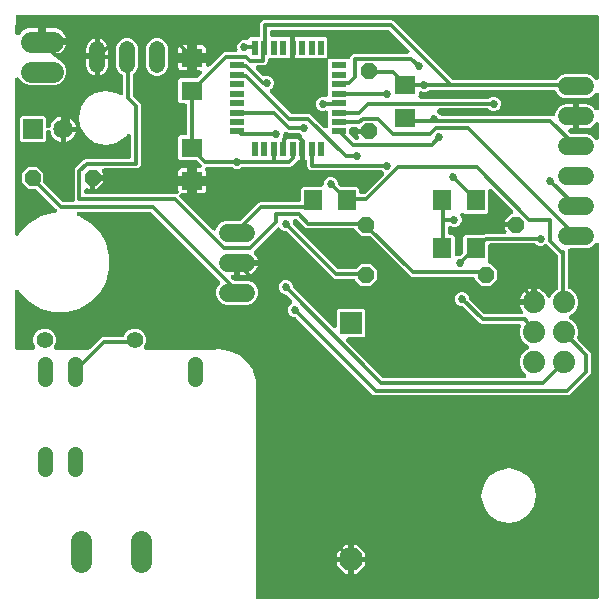
<source format=gbl>
G04 EAGLE Gerber RS-274X export*
G75*
%MOMM*%
%FSLAX34Y34*%
%LPD*%
%INBottom Copper*%
%IPPOS*%
%AMOC8*
5,1,8,0,0,1.08239X$1,22.5*%
G01*
%ADD10C,1.408000*%
%ADD11C,1.320800*%
%ADD12P,1.429621X8X202.500000*%
%ADD13C,1.790700*%
%ADD14C,1.308000*%
%ADD15C,1.524000*%
%ADD16P,1.429621X8X22.500000*%
%ADD17C,1.800000*%
%ADD18R,1.651000X1.651000*%
%ADD19C,1.651000*%
%ADD20R,1.600000X1.803000*%
%ADD21R,1.803000X1.600000*%
%ADD22R,1.930400X1.930400*%
%ADD23P,2.089446X8X22.500000*%
%ADD24R,0.558800X1.270000*%
%ADD25R,1.270000X0.558800*%
%ADD26R,1.800000X1.600000*%
%ADD27C,1.879600*%
%ADD28P,1.429621X8X292.500000*%
%ADD29C,0.304800*%
%ADD30C,0.685800*%

G36*
X440161Y2562D02*
X440161Y2562D01*
X440170Y2561D01*
X495126Y3047D01*
X495135Y3048D01*
X495144Y3047D01*
X495336Y3070D01*
X495526Y3091D01*
X495535Y3093D01*
X495543Y3094D01*
X495727Y3154D01*
X495910Y3212D01*
X495918Y3216D01*
X495926Y3219D01*
X496094Y3314D01*
X496262Y3407D01*
X496269Y3413D01*
X496277Y3417D01*
X496421Y3542D01*
X496569Y3667D01*
X496575Y3674D01*
X496582Y3680D01*
X496699Y3832D01*
X496819Y3983D01*
X496823Y3991D01*
X496828Y3998D01*
X496914Y4171D01*
X497001Y4342D01*
X497004Y4351D01*
X497008Y4359D01*
X497058Y4546D01*
X497109Y4730D01*
X497110Y4739D01*
X497112Y4748D01*
X497139Y5078D01*
X497139Y302606D01*
X497138Y302615D01*
X497139Y302624D01*
X497118Y302816D01*
X497099Y303007D01*
X497097Y303015D01*
X497096Y303024D01*
X497038Y303206D01*
X496981Y303392D01*
X496977Y303399D01*
X496974Y303408D01*
X496881Y303576D01*
X496789Y303746D01*
X496784Y303752D01*
X496779Y303760D01*
X496655Y303907D01*
X496532Y304055D01*
X496525Y304060D01*
X496519Y304067D01*
X496368Y304186D01*
X496218Y304307D01*
X496210Y304311D01*
X496203Y304317D01*
X496030Y304405D01*
X495861Y304493D01*
X495852Y304495D01*
X495844Y304499D01*
X495658Y304551D01*
X495474Y304604D01*
X495465Y304605D01*
X495456Y304607D01*
X495263Y304621D01*
X495072Y304637D01*
X495064Y304636D01*
X495055Y304637D01*
X494862Y304612D01*
X494673Y304590D01*
X494664Y304587D01*
X494655Y304586D01*
X494472Y304525D01*
X494290Y304465D01*
X494282Y304461D01*
X494274Y304458D01*
X494107Y304362D01*
X493939Y304267D01*
X493932Y304261D01*
X493925Y304257D01*
X493672Y304042D01*
X490896Y301266D01*
X487161Y299719D01*
X472821Y299719D01*
X472803Y299717D01*
X472785Y299719D01*
X472603Y299698D01*
X472420Y299679D01*
X472403Y299674D01*
X472386Y299672D01*
X472211Y299615D01*
X472035Y299561D01*
X472020Y299553D01*
X472003Y299547D01*
X471843Y299457D01*
X471681Y299369D01*
X471668Y299358D01*
X471652Y299349D01*
X471513Y299229D01*
X471372Y299112D01*
X471361Y299098D01*
X471347Y299086D01*
X471235Y298941D01*
X471120Y298798D01*
X471112Y298782D01*
X471101Y298768D01*
X471019Y298603D01*
X470934Y298441D01*
X470929Y298424D01*
X470921Y298408D01*
X470874Y298229D01*
X470823Y298054D01*
X470821Y298036D01*
X470817Y298019D01*
X470790Y297688D01*
X470790Y266859D01*
X470792Y266837D01*
X470790Y266815D01*
X470812Y266637D01*
X470830Y266458D01*
X470836Y266437D01*
X470839Y266415D01*
X470895Y266244D01*
X470948Y266073D01*
X470958Y266054D01*
X470965Y266033D01*
X471054Y265877D01*
X471140Y265719D01*
X471154Y265702D01*
X471165Y265683D01*
X471283Y265547D01*
X471397Y265410D01*
X471415Y265396D01*
X471429Y265379D01*
X471572Y265270D01*
X471711Y265158D01*
X471731Y265148D01*
X471748Y265134D01*
X472044Y264982D01*
X474123Y264121D01*
X477481Y260763D01*
X479299Y256375D01*
X479299Y251625D01*
X477481Y247237D01*
X474123Y243879D01*
X472427Y243177D01*
X472420Y243172D01*
X472411Y243170D01*
X472243Y243078D01*
X472073Y242986D01*
X472066Y242981D01*
X472058Y242976D01*
X471912Y242854D01*
X471762Y242730D01*
X471757Y242723D01*
X471750Y242717D01*
X471631Y242568D01*
X471508Y242417D01*
X471504Y242409D01*
X471499Y242402D01*
X471412Y242234D01*
X471321Y242061D01*
X471319Y242052D01*
X471315Y242044D01*
X471263Y241861D01*
X471208Y241674D01*
X471208Y241665D01*
X471205Y241657D01*
X471190Y241466D01*
X471174Y241273D01*
X471175Y241264D01*
X471174Y241256D01*
X471197Y241065D01*
X471219Y240873D01*
X471222Y240865D01*
X471223Y240856D01*
X471282Y240675D01*
X471342Y240490D01*
X471346Y240482D01*
X471349Y240474D01*
X471444Y240307D01*
X471538Y240138D01*
X471544Y240132D01*
X471549Y240124D01*
X471676Y239978D01*
X471800Y239833D01*
X471807Y239827D01*
X471813Y239820D01*
X471965Y239704D01*
X472117Y239584D01*
X472125Y239580D01*
X472132Y239575D01*
X472427Y239423D01*
X474123Y238721D01*
X477481Y235363D01*
X479299Y230975D01*
X479299Y226225D01*
X478701Y224781D01*
X478694Y224760D01*
X478684Y224740D01*
X478636Y224567D01*
X478584Y224396D01*
X478582Y224374D01*
X478576Y224352D01*
X478563Y224173D01*
X478546Y223995D01*
X478548Y223973D01*
X478547Y223951D01*
X478569Y223772D01*
X478588Y223594D01*
X478594Y223573D01*
X478597Y223551D01*
X478654Y223381D01*
X478707Y223210D01*
X478718Y223191D01*
X478725Y223169D01*
X478815Y223014D01*
X478901Y222857D01*
X478915Y222840D01*
X478926Y222821D01*
X479141Y222568D01*
X489538Y212170D01*
X490157Y210676D01*
X490157Y194454D01*
X489538Y192960D01*
X472520Y175942D01*
X471026Y175323D01*
X307166Y175323D01*
X305673Y175942D01*
X304243Y177371D01*
X240529Y241085D01*
X240508Y241102D01*
X240491Y241123D01*
X240353Y241230D01*
X240217Y241340D01*
X240194Y241353D01*
X240173Y241369D01*
X240016Y241447D01*
X239862Y241529D01*
X239836Y241537D01*
X239812Y241549D01*
X239643Y241594D01*
X239476Y241644D01*
X239449Y241646D01*
X239423Y241653D01*
X239092Y241680D01*
X238525Y241680D01*
X236331Y242589D01*
X234652Y244268D01*
X233743Y246462D01*
X233743Y248838D01*
X234652Y251032D01*
X236384Y252764D01*
X236483Y252817D01*
X236493Y252825D01*
X236505Y252832D01*
X236648Y252953D01*
X236793Y253073D01*
X236801Y253084D01*
X236812Y253092D01*
X236928Y253240D01*
X237047Y253386D01*
X237053Y253398D01*
X237061Y253408D01*
X237147Y253576D01*
X237234Y253742D01*
X237238Y253755D01*
X237244Y253767D01*
X237294Y253949D01*
X237347Y254129D01*
X237348Y254142D01*
X237352Y254155D01*
X237366Y254344D01*
X237382Y254530D01*
X237380Y254543D01*
X237381Y254557D01*
X237357Y254744D01*
X237337Y254930D01*
X237332Y254943D01*
X237331Y254956D01*
X237271Y255134D01*
X237213Y255313D01*
X237207Y255325D01*
X237202Y255338D01*
X237109Y255500D01*
X237017Y255665D01*
X237008Y255675D01*
X237002Y255687D01*
X236787Y255940D01*
X232591Y260135D01*
X232571Y260152D01*
X232553Y260173D01*
X232415Y260280D01*
X232280Y260390D01*
X232256Y260403D01*
X232235Y260419D01*
X232078Y260497D01*
X231924Y260579D01*
X231899Y260587D01*
X231874Y260599D01*
X231705Y260644D01*
X231538Y260694D01*
X231512Y260696D01*
X231486Y260703D01*
X231155Y260730D01*
X230587Y260730D01*
X228393Y261639D01*
X226714Y263318D01*
X225805Y265512D01*
X225805Y267888D01*
X226714Y270082D01*
X228393Y271761D01*
X230587Y272670D01*
X232963Y272670D01*
X235157Y271761D01*
X236836Y270082D01*
X237745Y267888D01*
X237745Y267320D01*
X237747Y267293D01*
X237745Y267267D01*
X237767Y267093D01*
X237785Y266919D01*
X237792Y266894D01*
X237796Y266867D01*
X237851Y266702D01*
X237903Y266535D01*
X237916Y266511D01*
X237924Y266486D01*
X238011Y266334D01*
X238095Y266180D01*
X238112Y266160D01*
X238125Y266137D01*
X238340Y265884D01*
X271360Y232864D01*
X271367Y232858D01*
X271372Y232851D01*
X271522Y232731D01*
X271671Y232609D01*
X271679Y232604D01*
X271686Y232599D01*
X271857Y232510D01*
X272027Y232420D01*
X272035Y232417D01*
X272043Y232413D01*
X272229Y232360D01*
X272413Y232305D01*
X272422Y232304D01*
X272430Y232302D01*
X272622Y232286D01*
X272814Y232269D01*
X272823Y232270D01*
X272832Y232269D01*
X273021Y232291D01*
X273214Y232312D01*
X273223Y232315D01*
X273231Y232316D01*
X273413Y232375D01*
X273598Y232434D01*
X273606Y232438D01*
X273614Y232441D01*
X273783Y232536D01*
X273950Y232629D01*
X273957Y232634D01*
X273965Y232639D01*
X274111Y232765D01*
X274257Y232889D01*
X274263Y232896D01*
X274270Y232902D01*
X274387Y233053D01*
X274507Y233205D01*
X274511Y233213D01*
X274516Y233220D01*
X274602Y233392D01*
X274689Y233564D01*
X274692Y233572D01*
X274696Y233580D01*
X274746Y233767D01*
X274797Y233952D01*
X274798Y233961D01*
X274800Y233969D01*
X274827Y234300D01*
X274827Y247224D01*
X276316Y248713D01*
X297724Y248713D01*
X299213Y247224D01*
X299213Y225816D01*
X297724Y224327D01*
X284800Y224327D01*
X284791Y224326D01*
X284782Y224327D01*
X284589Y224306D01*
X284399Y224287D01*
X284391Y224285D01*
X284382Y224284D01*
X284197Y224225D01*
X284014Y224169D01*
X284007Y224165D01*
X283998Y224162D01*
X283830Y224069D01*
X283660Y223977D01*
X283654Y223972D01*
X283646Y223967D01*
X283499Y223843D01*
X283351Y223720D01*
X283346Y223713D01*
X283339Y223707D01*
X283219Y223555D01*
X283099Y223406D01*
X283095Y223398D01*
X283089Y223391D01*
X283001Y223218D01*
X282913Y223049D01*
X282911Y223040D01*
X282907Y223032D01*
X282855Y222846D01*
X282802Y222662D01*
X282801Y222653D01*
X282799Y222644D01*
X282785Y222451D01*
X282769Y222260D01*
X282770Y222252D01*
X282769Y222243D01*
X282794Y222050D01*
X282816Y221861D01*
X282819Y221852D01*
X282820Y221843D01*
X282881Y221661D01*
X282941Y221478D01*
X282945Y221470D01*
X282948Y221462D01*
X283044Y221295D01*
X283139Y221127D01*
X283144Y221120D01*
X283149Y221113D01*
X283364Y220860D01*
X313826Y190397D01*
X313847Y190380D01*
X313864Y190360D01*
X314002Y190253D01*
X314138Y190142D01*
X314161Y190130D01*
X314183Y190113D01*
X314339Y190035D01*
X314493Y189953D01*
X314519Y189946D01*
X314543Y189934D01*
X314712Y189888D01*
X314879Y189839D01*
X314906Y189836D01*
X314932Y189829D01*
X315263Y189802D01*
X433570Y189802D01*
X433579Y189803D01*
X433588Y189802D01*
X433780Y189823D01*
X433971Y189842D01*
X433979Y189845D01*
X433988Y189846D01*
X434170Y189903D01*
X434356Y189960D01*
X434363Y189965D01*
X434372Y189967D01*
X434540Y190060D01*
X434710Y190152D01*
X434716Y190158D01*
X434724Y190162D01*
X434871Y190287D01*
X435019Y190410D01*
X435024Y190417D01*
X435031Y190423D01*
X435150Y190573D01*
X435271Y190724D01*
X435275Y190731D01*
X435281Y190738D01*
X435368Y190909D01*
X435457Y191081D01*
X435459Y191089D01*
X435463Y191097D01*
X435515Y191284D01*
X435568Y191468D01*
X435569Y191477D01*
X435571Y191485D01*
X435585Y191678D01*
X435601Y191869D01*
X435600Y191878D01*
X435601Y191887D01*
X435576Y192079D01*
X435554Y192269D01*
X435551Y192277D01*
X435550Y192286D01*
X435489Y192469D01*
X435429Y192652D01*
X435425Y192660D01*
X435422Y192668D01*
X435326Y192835D01*
X435231Y193002D01*
X435226Y193009D01*
X435221Y193017D01*
X435006Y193270D01*
X431839Y196437D01*
X430021Y200825D01*
X430021Y205575D01*
X431839Y209963D01*
X435197Y213321D01*
X436893Y214023D01*
X436900Y214028D01*
X436909Y214030D01*
X437078Y214123D01*
X437247Y214214D01*
X437254Y214219D01*
X437262Y214223D01*
X437410Y214348D01*
X437558Y214470D01*
X437563Y214477D01*
X437570Y214483D01*
X437691Y214634D01*
X437811Y214783D01*
X437816Y214790D01*
X437821Y214797D01*
X437910Y214970D01*
X437999Y215139D01*
X438001Y215148D01*
X438005Y215156D01*
X438058Y215341D01*
X438112Y215526D01*
X438112Y215534D01*
X438115Y215543D01*
X438130Y215734D01*
X438146Y215927D01*
X438145Y215936D01*
X438146Y215944D01*
X438123Y216137D01*
X438101Y216327D01*
X438098Y216335D01*
X438097Y216344D01*
X438036Y216529D01*
X437978Y216710D01*
X437974Y216718D01*
X437971Y216726D01*
X437875Y216894D01*
X437782Y217062D01*
X437776Y217068D01*
X437771Y217076D01*
X437646Y217220D01*
X437520Y217367D01*
X437513Y217373D01*
X437507Y217380D01*
X437356Y217496D01*
X437203Y217616D01*
X437195Y217620D01*
X437188Y217625D01*
X436893Y217777D01*
X435197Y218479D01*
X431839Y221837D01*
X430021Y226225D01*
X430021Y230975D01*
X430794Y232839D01*
X430797Y232852D01*
X430804Y232864D01*
X430855Y233044D01*
X430910Y233225D01*
X430911Y233238D01*
X430915Y233251D01*
X430930Y233438D01*
X430948Y233625D01*
X430947Y233639D01*
X430948Y233652D01*
X430926Y233838D01*
X430907Y234026D01*
X430903Y234039D01*
X430901Y234052D01*
X430843Y234231D01*
X430787Y234410D01*
X430780Y234422D01*
X430776Y234435D01*
X430684Y234599D01*
X430593Y234763D01*
X430585Y234774D01*
X430578Y234785D01*
X430456Y234927D01*
X430334Y235072D01*
X430324Y235080D01*
X430315Y235090D01*
X430167Y235205D01*
X430019Y235323D01*
X430007Y235329D01*
X429997Y235337D01*
X429829Y235420D01*
X429661Y235506D01*
X429648Y235510D01*
X429636Y235516D01*
X429454Y235565D01*
X429274Y235616D01*
X429261Y235617D01*
X429248Y235621D01*
X428917Y235648D01*
X397654Y235648D01*
X396160Y236267D01*
X381816Y250610D01*
X381796Y250627D01*
X381778Y250648D01*
X381640Y250755D01*
X381505Y250865D01*
X381481Y250878D01*
X381460Y250894D01*
X381303Y250972D01*
X381149Y251054D01*
X381124Y251062D01*
X381099Y251074D01*
X380930Y251119D01*
X380763Y251169D01*
X380737Y251171D01*
X380711Y251178D01*
X380380Y251205D01*
X379812Y251205D01*
X377618Y252114D01*
X375939Y253793D01*
X375030Y255987D01*
X375030Y258363D01*
X375939Y260557D01*
X377618Y262236D01*
X379812Y263145D01*
X382188Y263145D01*
X384382Y262236D01*
X386061Y260557D01*
X386970Y258363D01*
X386970Y257795D01*
X386972Y257768D01*
X386970Y257742D01*
X386992Y257568D01*
X387010Y257394D01*
X387017Y257369D01*
X387021Y257342D01*
X387076Y257177D01*
X387128Y257010D01*
X387141Y256986D01*
X387149Y256961D01*
X387236Y256809D01*
X387320Y256655D01*
X387337Y256635D01*
X387350Y256612D01*
X387565Y256359D01*
X399551Y244372D01*
X399572Y244355D01*
X399589Y244335D01*
X399727Y244228D01*
X399863Y244117D01*
X399886Y244105D01*
X399908Y244088D01*
X400064Y244010D01*
X400218Y243928D01*
X400244Y243921D01*
X400268Y243909D01*
X400437Y243863D01*
X400604Y243814D01*
X400631Y243811D01*
X400657Y243804D01*
X400988Y243777D01*
X430644Y243777D01*
X430695Y243782D01*
X430746Y243780D01*
X430894Y243802D01*
X431044Y243817D01*
X431093Y243832D01*
X431144Y243840D01*
X431285Y243891D01*
X431429Y243935D01*
X431474Y243960D01*
X431522Y243977D01*
X431651Y244055D01*
X431783Y244127D01*
X431822Y244160D01*
X431866Y244186D01*
X431977Y244288D01*
X432092Y244385D01*
X432124Y244425D01*
X432162Y244459D01*
X432251Y244581D01*
X432345Y244699D01*
X432368Y244744D01*
X432398Y244785D01*
X432461Y244922D01*
X432530Y245056D01*
X432544Y245105D01*
X432566Y245152D01*
X432600Y245298D01*
X432642Y245443D01*
X432646Y245494D01*
X432658Y245544D01*
X432662Y245694D01*
X432675Y245844D01*
X432669Y245895D01*
X432670Y245946D01*
X432645Y246094D01*
X432628Y246244D01*
X432612Y246293D01*
X432603Y246343D01*
X432550Y246483D01*
X432503Y246627D01*
X432478Y246671D01*
X432459Y246719D01*
X432339Y246916D01*
X432305Y246977D01*
X432296Y246988D01*
X432287Y247002D01*
X431749Y247743D01*
X430896Y249417D01*
X430315Y251204D01*
X430275Y251461D01*
X441452Y251461D01*
X441470Y251462D01*
X441487Y251461D01*
X441670Y251482D01*
X441852Y251501D01*
X441869Y251506D01*
X441887Y251508D01*
X442062Y251565D01*
X442237Y251619D01*
X442253Y251627D01*
X442270Y251633D01*
X442430Y251723D01*
X442591Y251810D01*
X442605Y251822D01*
X442621Y251831D01*
X442760Y251951D01*
X442901Y252068D01*
X442912Y252082D01*
X442925Y252094D01*
X443038Y252239D01*
X443153Y252382D01*
X443161Y252398D01*
X443172Y252412D01*
X443254Y252577D01*
X443294Y252653D01*
X443446Y252739D01*
X443608Y252827D01*
X443621Y252838D01*
X443637Y252847D01*
X443776Y252967D01*
X443917Y253085D01*
X443928Y253098D01*
X443942Y253110D01*
X444054Y253255D01*
X444169Y253398D01*
X444177Y253414D01*
X444188Y253428D01*
X444270Y253593D01*
X444355Y253756D01*
X444360Y253773D01*
X444368Y253789D01*
X444415Y253967D01*
X444466Y254142D01*
X444468Y254160D01*
X444472Y254177D01*
X444499Y254508D01*
X444499Y265685D01*
X444756Y265645D01*
X446543Y265064D01*
X448217Y264211D01*
X449738Y263106D01*
X451066Y261778D01*
X452171Y260257D01*
X452850Y258924D01*
X452921Y258813D01*
X452984Y258699D01*
X453030Y258644D01*
X453068Y258585D01*
X453159Y258491D01*
X453243Y258391D01*
X453299Y258346D01*
X453348Y258295D01*
X453456Y258221D01*
X453558Y258140D01*
X453621Y258107D01*
X453679Y258067D01*
X453800Y258015D01*
X453916Y257956D01*
X453984Y257936D01*
X454050Y257908D01*
X454178Y257882D01*
X454303Y257846D01*
X454374Y257841D01*
X454444Y257826D01*
X454575Y257825D01*
X454705Y257815D01*
X454775Y257823D01*
X454846Y257823D01*
X454975Y257848D01*
X455104Y257864D01*
X455172Y257886D01*
X455242Y257899D01*
X455363Y257949D01*
X455487Y257990D01*
X455548Y258025D01*
X455614Y258052D01*
X455723Y258125D01*
X455836Y258189D01*
X455890Y258236D01*
X455949Y258276D01*
X456041Y258368D01*
X456140Y258454D01*
X456183Y258510D01*
X456233Y258561D01*
X456306Y258670D01*
X456385Y258773D01*
X456423Y258846D01*
X456456Y258896D01*
X456485Y258967D01*
X456537Y259068D01*
X457239Y260763D01*
X460597Y264121D01*
X461406Y264456D01*
X461426Y264467D01*
X461447Y264474D01*
X461603Y264562D01*
X461761Y264646D01*
X461778Y264661D01*
X461798Y264672D01*
X461933Y264789D01*
X462072Y264903D01*
X462086Y264920D01*
X462103Y264935D01*
X462212Y265076D01*
X462325Y265216D01*
X462336Y265235D01*
X462349Y265253D01*
X462429Y265414D01*
X462512Y265572D01*
X462519Y265593D01*
X462529Y265613D01*
X462575Y265787D01*
X462625Y265958D01*
X462627Y265981D01*
X462633Y266002D01*
X462660Y266333D01*
X462660Y292750D01*
X462658Y292777D01*
X462660Y292803D01*
X462638Y292977D01*
X462620Y293151D01*
X462613Y293176D01*
X462609Y293203D01*
X462554Y293368D01*
X462502Y293535D01*
X462489Y293559D01*
X462481Y293584D01*
X462394Y293736D01*
X462310Y293890D01*
X462293Y293910D01*
X462280Y293933D01*
X462065Y294186D01*
X453629Y302622D01*
X453623Y302627D01*
X453623Y302628D01*
X453619Y302631D01*
X453612Y302637D01*
X453597Y302654D01*
X453456Y302764D01*
X453318Y302878D01*
X453298Y302888D01*
X453280Y302902D01*
X453120Y302982D01*
X452962Y303066D01*
X452941Y303073D01*
X452921Y303083D01*
X452748Y303130D01*
X452576Y303181D01*
X452554Y303183D01*
X452532Y303189D01*
X452354Y303201D01*
X452175Y303217D01*
X452153Y303215D01*
X452131Y303216D01*
X451953Y303193D01*
X451775Y303174D01*
X451754Y303167D01*
X451731Y303164D01*
X451416Y303063D01*
X451331Y303028D01*
X448863Y302005D01*
X446487Y302005D01*
X444293Y302914D01*
X443892Y303315D01*
X443871Y303332D01*
X443854Y303353D01*
X443716Y303459D01*
X443581Y303570D01*
X443557Y303583D01*
X443536Y303599D01*
X443380Y303677D01*
X443225Y303759D01*
X443199Y303767D01*
X443175Y303779D01*
X443007Y303824D01*
X442839Y303874D01*
X442812Y303876D01*
X442787Y303883D01*
X442456Y303910D01*
X405252Y303910D01*
X405234Y303908D01*
X405216Y303910D01*
X405034Y303889D01*
X404851Y303870D01*
X404834Y303865D01*
X404817Y303863D01*
X404642Y303806D01*
X404466Y303752D01*
X404451Y303744D01*
X404434Y303738D01*
X404274Y303648D01*
X404112Y303560D01*
X404099Y303549D01*
X404083Y303540D01*
X403944Y303420D01*
X403803Y303303D01*
X403792Y303289D01*
X403778Y303277D01*
X403666Y303132D01*
X403551Y302989D01*
X403543Y302973D01*
X403532Y302959D01*
X403450Y302794D01*
X403365Y302632D01*
X403360Y302615D01*
X403352Y302599D01*
X403305Y302420D01*
X403254Y302245D01*
X403252Y302227D01*
X403248Y302210D01*
X403221Y301879D01*
X403221Y289604D01*
X403185Y289561D01*
X403181Y289553D01*
X403176Y289546D01*
X403087Y289376D01*
X402997Y289205D01*
X402994Y289197D01*
X402990Y289189D01*
X402936Y289002D01*
X402882Y288819D01*
X402881Y288810D01*
X402879Y288802D01*
X402863Y288610D01*
X402846Y288418D01*
X402847Y288409D01*
X402846Y288400D01*
X402868Y288210D01*
X402889Y288018D01*
X402892Y288009D01*
X402893Y288001D01*
X402952Y287818D01*
X403010Y287634D01*
X403015Y287626D01*
X403018Y287618D01*
X403112Y287451D01*
X403205Y287282D01*
X403211Y287275D01*
X403215Y287267D01*
X403341Y287122D01*
X403466Y286975D01*
X403473Y286969D01*
X403479Y286962D01*
X403630Y286845D01*
X403782Y286725D01*
X403790Y286721D01*
X403797Y286716D01*
X403969Y286630D01*
X404141Y286543D01*
X404149Y286540D01*
X404157Y286536D01*
X404345Y286486D01*
X404528Y286435D01*
X404537Y286434D01*
X404546Y286432D01*
X404867Y286406D01*
X410225Y281048D01*
X410225Y273472D01*
X404868Y268115D01*
X397292Y268115D01*
X391917Y273490D01*
X391914Y273522D01*
X391895Y273705D01*
X391890Y273722D01*
X391888Y273739D01*
X391831Y273914D01*
X391777Y274090D01*
X391769Y274105D01*
X391763Y274122D01*
X391673Y274282D01*
X391585Y274444D01*
X391574Y274457D01*
X391565Y274473D01*
X391446Y274611D01*
X391328Y274753D01*
X391314Y274764D01*
X391302Y274778D01*
X391157Y274890D01*
X391014Y275005D01*
X390998Y275013D01*
X390984Y275024D01*
X390819Y275106D01*
X390657Y275191D01*
X390640Y275196D01*
X390624Y275204D01*
X390445Y275251D01*
X390270Y275302D01*
X390252Y275304D01*
X390235Y275308D01*
X389904Y275335D01*
X338916Y275335D01*
X337423Y275954D01*
X303476Y309900D01*
X303456Y309917D01*
X303438Y309938D01*
X303300Y310045D01*
X303165Y310155D01*
X303141Y310168D01*
X303120Y310184D01*
X302963Y310262D01*
X302809Y310344D01*
X302784Y310352D01*
X302759Y310364D01*
X302590Y310409D01*
X302423Y310459D01*
X302397Y310461D01*
X302371Y310468D01*
X302040Y310495D01*
X296172Y310495D01*
X290652Y316015D01*
X290631Y316032D01*
X290614Y316053D01*
X290476Y316160D01*
X290341Y316270D01*
X290317Y316283D01*
X290296Y316299D01*
X290139Y316377D01*
X289985Y316459D01*
X289959Y316467D01*
X289935Y316479D01*
X289766Y316524D01*
X289599Y316574D01*
X289572Y316576D01*
X289547Y316583D01*
X289216Y316610D01*
X250016Y316610D01*
X248523Y317229D01*
X241799Y323953D01*
X241778Y323970D01*
X241761Y323990D01*
X241623Y324097D01*
X241487Y324208D01*
X241464Y324220D01*
X241442Y324237D01*
X241286Y324315D01*
X241132Y324397D01*
X241106Y324404D01*
X241082Y324416D01*
X240913Y324462D01*
X240746Y324511D01*
X240719Y324514D01*
X240693Y324521D01*
X240362Y324548D01*
X239672Y324548D01*
X239659Y324546D01*
X239646Y324548D01*
X239459Y324527D01*
X239272Y324508D01*
X239259Y324504D01*
X239246Y324502D01*
X239066Y324445D01*
X238887Y324390D01*
X238875Y324383D01*
X238862Y324379D01*
X238698Y324287D01*
X238533Y324198D01*
X238523Y324189D01*
X238511Y324183D01*
X238367Y324060D01*
X238224Y323940D01*
X238215Y323930D01*
X238205Y323921D01*
X238088Y323772D01*
X237971Y323626D01*
X237965Y323615D01*
X237957Y323604D01*
X237872Y323435D01*
X237786Y323269D01*
X237782Y323256D01*
X237776Y323244D01*
X237726Y323063D01*
X237674Y322882D01*
X237673Y322869D01*
X237670Y322856D01*
X237657Y322668D01*
X237641Y322481D01*
X237643Y322468D01*
X237642Y322454D01*
X237667Y322267D01*
X237688Y322081D01*
X237693Y322068D01*
X237694Y322055D01*
X237745Y321898D01*
X237745Y321295D01*
X237747Y321268D01*
X237745Y321242D01*
X237767Y321068D01*
X237785Y320894D01*
X237792Y320869D01*
X237796Y320842D01*
X237851Y320677D01*
X237903Y320509D01*
X237916Y320486D01*
X237924Y320461D01*
X238011Y320309D01*
X238095Y320155D01*
X238112Y320135D01*
X238125Y320112D01*
X238340Y319859D01*
X275726Y282472D01*
X275747Y282455D01*
X275764Y282435D01*
X275902Y282328D01*
X276038Y282217D01*
X276061Y282205D01*
X276083Y282188D01*
X276239Y282110D01*
X276393Y282028D01*
X276419Y282021D01*
X276443Y282009D01*
X276612Y281963D01*
X276779Y281914D01*
X276806Y281911D01*
X276832Y281904D01*
X277163Y281877D01*
X290323Y281877D01*
X290350Y281880D01*
X290377Y281878D01*
X290550Y281900D01*
X290724Y281917D01*
X290749Y281925D01*
X290776Y281928D01*
X290942Y281984D01*
X291109Y282035D01*
X291132Y282048D01*
X291158Y282057D01*
X291309Y282144D01*
X291463Y282227D01*
X291483Y282244D01*
X291507Y282257D01*
X291760Y282472D01*
X295692Y286405D01*
X303268Y286405D01*
X308625Y281048D01*
X308625Y273472D01*
X303268Y268115D01*
X295692Y268115D01*
X290655Y273153D01*
X290634Y273170D01*
X290616Y273190D01*
X290478Y273297D01*
X290343Y273408D01*
X290319Y273420D01*
X290298Y273437D01*
X290141Y273515D01*
X289987Y273597D01*
X289962Y273604D01*
X289938Y273616D01*
X289768Y273662D01*
X289601Y273711D01*
X289575Y273714D01*
X289549Y273721D01*
X289218Y273748D01*
X273829Y273748D01*
X272335Y274367D01*
X270906Y275796D01*
X232591Y314110D01*
X232571Y314127D01*
X232553Y314148D01*
X232415Y314255D01*
X232280Y314365D01*
X232256Y314378D01*
X232235Y314394D01*
X232078Y314472D01*
X231924Y314554D01*
X231899Y314562D01*
X231874Y314574D01*
X231705Y314619D01*
X231538Y314669D01*
X231512Y314671D01*
X231486Y314678D01*
X231155Y314705D01*
X230587Y314705D01*
X228393Y315614D01*
X227102Y316906D01*
X227088Y316917D01*
X227076Y316931D01*
X226932Y317045D01*
X226790Y317161D01*
X226775Y317169D01*
X226760Y317180D01*
X226596Y317264D01*
X226435Y317349D01*
X226418Y317355D01*
X226402Y317363D01*
X226224Y317412D01*
X226049Y317464D01*
X226031Y317466D01*
X226014Y317471D01*
X225831Y317484D01*
X225648Y317501D01*
X225630Y317499D01*
X225612Y317500D01*
X225430Y317477D01*
X225247Y317457D01*
X225230Y317452D01*
X225213Y317450D01*
X225039Y317391D01*
X224864Y317336D01*
X224848Y317327D01*
X224831Y317321D01*
X224672Y317230D01*
X224511Y317141D01*
X224498Y317129D01*
X224482Y317120D01*
X224229Y316906D01*
X205203Y297879D01*
X205191Y297866D01*
X205178Y297854D01*
X205064Y297710D01*
X204948Y297568D01*
X204939Y297552D01*
X204928Y297538D01*
X204845Y297374D01*
X204759Y297212D01*
X204754Y297195D01*
X204746Y297179D01*
X204697Y297002D01*
X204644Y296826D01*
X204643Y296808D01*
X204638Y296791D01*
X204624Y296608D01*
X204608Y296425D01*
X204610Y296407D01*
X204608Y296390D01*
X204631Y296208D01*
X204651Y296025D01*
X204657Y296008D01*
X204659Y295990D01*
X204717Y295817D01*
X204773Y295641D01*
X204781Y295625D01*
X204787Y295609D01*
X204879Y295449D01*
X204968Y295289D01*
X204979Y295275D01*
X204988Y295260D01*
X205203Y295007D01*
X205870Y294339D01*
X206810Y293045D01*
X207536Y291620D01*
X207979Y290259D01*
X191008Y290259D01*
X190990Y290257D01*
X190973Y290259D01*
X190790Y290238D01*
X190608Y290219D01*
X190591Y290214D01*
X190573Y290212D01*
X190398Y290155D01*
X190223Y290101D01*
X190207Y290093D01*
X190190Y290087D01*
X190030Y289997D01*
X189869Y289909D01*
X189855Y289898D01*
X189839Y289889D01*
X189700Y289769D01*
X189559Y289652D01*
X189548Y289638D01*
X189535Y289626D01*
X189422Y289481D01*
X189307Y289338D01*
X189299Y289322D01*
X189288Y289308D01*
X189206Y289143D01*
X189166Y289067D01*
X189014Y288981D01*
X188852Y288893D01*
X188839Y288882D01*
X188823Y288873D01*
X188684Y288753D01*
X188543Y288635D01*
X188532Y288622D01*
X188518Y288610D01*
X188406Y288465D01*
X188291Y288322D01*
X188283Y288306D01*
X188272Y288292D01*
X188190Y288127D01*
X188105Y287964D01*
X188100Y287947D01*
X188092Y287931D01*
X188044Y287753D01*
X187994Y287578D01*
X187992Y287560D01*
X187988Y287543D01*
X187961Y287212D01*
X187961Y277559D01*
X187118Y277559D01*
X187109Y277558D01*
X187100Y277559D01*
X186907Y277538D01*
X186717Y277519D01*
X186709Y277517D01*
X186700Y277516D01*
X186515Y277457D01*
X186333Y277401D01*
X186325Y277397D01*
X186316Y277394D01*
X186146Y277300D01*
X185978Y277210D01*
X185972Y277204D01*
X185964Y277199D01*
X185817Y277075D01*
X185669Y276952D01*
X185664Y276945D01*
X185657Y276939D01*
X185538Y276788D01*
X185417Y276638D01*
X185413Y276630D01*
X185407Y276623D01*
X185320Y276451D01*
X185231Y276281D01*
X185229Y276272D01*
X185225Y276264D01*
X185173Y276078D01*
X185120Y275894D01*
X185119Y275885D01*
X185117Y275876D01*
X185103Y275681D01*
X185087Y275492D01*
X185088Y275484D01*
X185087Y275475D01*
X185112Y275283D01*
X185134Y275093D01*
X185137Y275084D01*
X185138Y275075D01*
X185199Y274892D01*
X185259Y274710D01*
X185263Y274702D01*
X185266Y274694D01*
X185364Y274524D01*
X185457Y274359D01*
X185463Y274353D01*
X185467Y274345D01*
X185682Y274092D01*
X186698Y273076D01*
X186718Y273059D01*
X186736Y273038D01*
X186874Y272932D01*
X187009Y272821D01*
X187033Y272808D01*
X187054Y272792D01*
X187211Y272714D01*
X187365Y272632D01*
X187390Y272624D01*
X187415Y272612D01*
X187584Y272567D01*
X187751Y272517D01*
X187777Y272515D01*
X187803Y272508D01*
X188134Y272481D01*
X200141Y272481D01*
X203876Y270934D01*
X206734Y268076D01*
X208281Y264341D01*
X208281Y260299D01*
X206734Y256564D01*
X203876Y253706D01*
X200141Y252159D01*
X180859Y252159D01*
X177124Y253706D01*
X174266Y256564D01*
X172719Y260299D01*
X172719Y264341D01*
X174266Y268076D01*
X175797Y269607D01*
X175809Y269621D01*
X175822Y269632D01*
X175936Y269776D01*
X176052Y269918D01*
X176061Y269934D01*
X176072Y269948D01*
X176155Y270112D01*
X176241Y270274D01*
X176246Y270291D01*
X176254Y270307D01*
X176303Y270484D01*
X176356Y270660D01*
X176357Y270678D01*
X176362Y270695D01*
X176376Y270878D01*
X176392Y271061D01*
X176390Y271079D01*
X176392Y271096D01*
X176369Y271278D01*
X176349Y271461D01*
X176343Y271478D01*
X176341Y271496D01*
X176283Y271669D01*
X176227Y271845D01*
X176219Y271861D01*
X176213Y271877D01*
X176121Y272036D01*
X176032Y272197D01*
X176021Y272211D01*
X176012Y272226D01*
X175797Y272479D01*
X117974Y330303D01*
X117953Y330320D01*
X117936Y330340D01*
X117798Y330447D01*
X117662Y330558D01*
X117639Y330570D01*
X117617Y330587D01*
X117461Y330665D01*
X117307Y330747D01*
X117281Y330754D01*
X117257Y330766D01*
X117088Y330812D01*
X116921Y330861D01*
X116894Y330864D01*
X116868Y330871D01*
X116537Y330898D01*
X56858Y330898D01*
X56721Y330884D01*
X56584Y330879D01*
X56521Y330864D01*
X56457Y330858D01*
X56326Y330818D01*
X56192Y330786D01*
X56134Y330759D01*
X56072Y330740D01*
X55952Y330674D01*
X55827Y330617D01*
X55775Y330579D01*
X55718Y330548D01*
X55613Y330460D01*
X55502Y330379D01*
X55459Y330331D01*
X55409Y330290D01*
X55323Y330183D01*
X55230Y330082D01*
X55197Y330027D01*
X55157Y329976D01*
X55094Y329855D01*
X55023Y329737D01*
X55001Y329676D01*
X54971Y329619D01*
X54933Y329487D01*
X54887Y329358D01*
X54878Y329294D01*
X54860Y329232D01*
X54849Y329095D01*
X54829Y328959D01*
X54832Y328895D01*
X54827Y328831D01*
X54843Y328695D01*
X54850Y328557D01*
X54866Y328495D01*
X54874Y328431D01*
X54916Y328300D01*
X54951Y328167D01*
X54979Y328110D01*
X54999Y328048D01*
X55066Y327929D01*
X55126Y327805D01*
X55165Y327754D01*
X55197Y327698D01*
X55286Y327594D01*
X55369Y327484D01*
X55418Y327442D01*
X55460Y327393D01*
X55568Y327309D01*
X55671Y327218D01*
X55727Y327186D01*
X55778Y327146D01*
X55901Y327085D01*
X56020Y327016D01*
X56089Y326991D01*
X56138Y326967D01*
X56216Y326946D01*
X56332Y326904D01*
X56817Y326775D01*
X66374Y321257D01*
X74177Y313454D01*
X79695Y303897D01*
X82551Y293238D01*
X82551Y282202D01*
X79695Y271543D01*
X74177Y261986D01*
X66374Y254183D01*
X56817Y248665D01*
X46158Y245809D01*
X35122Y245809D01*
X24463Y248665D01*
X14906Y254183D01*
X7103Y261986D01*
X6011Y263878D01*
X5968Y263937D01*
X5933Y264002D01*
X5851Y264100D01*
X5776Y264205D01*
X5723Y264255D01*
X5676Y264311D01*
X5576Y264391D01*
X5481Y264479D01*
X5419Y264517D01*
X5362Y264563D01*
X5248Y264622D01*
X5138Y264690D01*
X5070Y264715D01*
X5005Y264749D01*
X4881Y264784D01*
X4761Y264829D01*
X4688Y264840D01*
X4618Y264860D01*
X4489Y264871D01*
X4363Y264890D01*
X4290Y264887D01*
X4216Y264893D01*
X4089Y264878D01*
X3960Y264872D01*
X3889Y264855D01*
X3817Y264846D01*
X3695Y264806D01*
X3570Y264775D01*
X3503Y264744D01*
X3434Y264721D01*
X3322Y264658D01*
X3206Y264603D01*
X3147Y264559D01*
X3083Y264523D01*
X2986Y264439D01*
X2883Y264363D01*
X2834Y264308D01*
X2778Y264260D01*
X2700Y264159D01*
X2614Y264063D01*
X2577Y264000D01*
X2532Y263942D01*
X2474Y263827D01*
X2409Y263716D01*
X2385Y263647D01*
X2352Y263581D01*
X2319Y263457D01*
X2277Y263336D01*
X2267Y263264D01*
X2248Y263193D01*
X2234Y263023D01*
X2222Y262937D01*
X2224Y262904D01*
X2221Y262862D01*
X2221Y215900D01*
X2223Y215882D01*
X2221Y215864D01*
X2242Y215682D01*
X2261Y215499D01*
X2266Y215482D01*
X2268Y215465D01*
X2325Y215290D01*
X2379Y215114D01*
X2387Y215099D01*
X2393Y215082D01*
X2483Y214922D01*
X2571Y214760D01*
X2582Y214747D01*
X2591Y214731D01*
X2711Y214592D01*
X2828Y214451D01*
X2842Y214440D01*
X2854Y214427D01*
X2999Y214314D01*
X3142Y214199D01*
X3158Y214191D01*
X3172Y214180D01*
X3337Y214098D01*
X3499Y214013D01*
X3516Y214008D01*
X3532Y214000D01*
X3711Y213953D01*
X3886Y213902D01*
X3904Y213900D01*
X3921Y213896D01*
X4252Y213869D01*
X17813Y213869D01*
X17826Y213870D01*
X17839Y213869D01*
X18025Y213890D01*
X18213Y213909D01*
X18226Y213913D01*
X18239Y213914D01*
X18418Y213972D01*
X18598Y214027D01*
X18610Y214033D01*
X18623Y214037D01*
X18787Y214129D01*
X18952Y214219D01*
X18962Y214227D01*
X18974Y214234D01*
X19117Y214356D01*
X19261Y214476D01*
X19270Y214487D01*
X19280Y214495D01*
X19396Y214643D01*
X19514Y214790D01*
X19520Y214802D01*
X19528Y214812D01*
X19613Y214981D01*
X19699Y215147D01*
X19703Y215160D01*
X19709Y215172D01*
X19759Y215353D01*
X19811Y215534D01*
X19812Y215548D01*
X19815Y215561D01*
X19828Y215749D01*
X19843Y215936D01*
X19842Y215949D01*
X19843Y215962D01*
X19818Y216150D01*
X19797Y216335D01*
X19792Y216348D01*
X19791Y216361D01*
X19689Y216677D01*
X18199Y220274D01*
X18199Y224086D01*
X19658Y227607D01*
X22353Y230302D01*
X25874Y231761D01*
X29686Y231761D01*
X33207Y230302D01*
X35902Y227607D01*
X37361Y224086D01*
X37361Y220274D01*
X35871Y216677D01*
X35867Y216664D01*
X35861Y216653D01*
X35809Y216472D01*
X35754Y216292D01*
X35753Y216279D01*
X35749Y216266D01*
X35734Y216078D01*
X35716Y215891D01*
X35718Y215878D01*
X35717Y215864D01*
X35739Y215677D01*
X35758Y215491D01*
X35762Y215478D01*
X35763Y215465D01*
X35822Y215285D01*
X35878Y215106D01*
X35884Y215095D01*
X35888Y215082D01*
X35981Y214917D01*
X36071Y214753D01*
X36080Y214743D01*
X36086Y214731D01*
X36209Y214589D01*
X36330Y214445D01*
X36341Y214437D01*
X36349Y214427D01*
X36498Y214311D01*
X36645Y214194D01*
X36657Y214188D01*
X36667Y214180D01*
X36836Y214096D01*
X37003Y214010D01*
X37016Y214006D01*
X37028Y214000D01*
X37211Y213951D01*
X37390Y213900D01*
X37404Y213899D01*
X37417Y213896D01*
X37747Y213869D01*
X64404Y213869D01*
X64431Y213871D01*
X64457Y213869D01*
X64631Y213891D01*
X64805Y213909D01*
X64830Y213917D01*
X64857Y213920D01*
X65022Y213976D01*
X65190Y214027D01*
X65213Y214040D01*
X65238Y214048D01*
X65390Y214135D01*
X65544Y214219D01*
X65564Y214236D01*
X65587Y214249D01*
X65840Y214464D01*
X75485Y224108D01*
X76979Y224727D01*
X93308Y224727D01*
X93330Y224729D01*
X93352Y224728D01*
X93530Y224749D01*
X93708Y224767D01*
X93730Y224774D01*
X93752Y224776D01*
X93922Y224833D01*
X94093Y224885D01*
X94113Y224896D01*
X94134Y224903D01*
X94290Y224992D01*
X94447Y225077D01*
X94464Y225091D01*
X94484Y225102D01*
X94619Y225220D01*
X94757Y225335D01*
X94771Y225352D01*
X94787Y225367D01*
X94897Y225509D01*
X95009Y225649D01*
X95019Y225668D01*
X95033Y225686D01*
X95184Y225981D01*
X95858Y227607D01*
X98553Y230302D01*
X102074Y231761D01*
X105886Y231761D01*
X109407Y230302D01*
X112102Y227607D01*
X113561Y224086D01*
X113561Y220274D01*
X112071Y216677D01*
X112067Y216664D01*
X112061Y216653D01*
X112009Y216472D01*
X111954Y216292D01*
X111953Y216279D01*
X111949Y216266D01*
X111934Y216078D01*
X111916Y215891D01*
X111918Y215878D01*
X111917Y215864D01*
X111939Y215677D01*
X111958Y215491D01*
X111962Y215478D01*
X111963Y215465D01*
X112022Y215285D01*
X112078Y215106D01*
X112084Y215095D01*
X112088Y215082D01*
X112181Y214917D01*
X112271Y214753D01*
X112280Y214743D01*
X112286Y214731D01*
X112409Y214589D01*
X112530Y214445D01*
X112541Y214437D01*
X112549Y214427D01*
X112698Y214311D01*
X112845Y214194D01*
X112857Y214188D01*
X112867Y214180D01*
X113036Y214096D01*
X113203Y214010D01*
X113216Y214006D01*
X113228Y214000D01*
X113411Y213951D01*
X113590Y213900D01*
X113604Y213899D01*
X113617Y213896D01*
X113947Y213869D01*
X170435Y213869D01*
X170504Y213876D01*
X170603Y213876D01*
X175172Y214253D01*
X179604Y213985D01*
X183953Y213089D01*
X188130Y211584D01*
X192050Y209499D01*
X195634Y206877D01*
X198808Y203772D01*
X201508Y200247D01*
X203679Y196374D01*
X205276Y192231D01*
X206249Y187986D01*
X206249Y4592D01*
X206251Y4574D01*
X206249Y4556D01*
X206270Y4374D01*
X206289Y4191D01*
X206294Y4174D01*
X206296Y4157D01*
X206353Y3982D01*
X206407Y3806D01*
X206415Y3791D01*
X206421Y3774D01*
X206511Y3614D01*
X206599Y3452D01*
X206610Y3439D01*
X206619Y3423D01*
X206739Y3284D01*
X206856Y3143D01*
X206870Y3132D01*
X206882Y3118D01*
X207027Y3006D01*
X207170Y2891D01*
X207186Y2883D01*
X207200Y2872D01*
X207365Y2790D01*
X207527Y2705D01*
X207544Y2700D01*
X207561Y2692D01*
X207739Y2645D01*
X207914Y2594D01*
X207932Y2592D01*
X207949Y2588D01*
X208280Y2561D01*
X440153Y2561D01*
X440161Y2562D01*
G37*
G36*
X4360Y310556D02*
X4360Y310556D01*
X4434Y310555D01*
X4560Y310579D01*
X4687Y310594D01*
X4757Y310617D01*
X4829Y310630D01*
X4948Y310679D01*
X5070Y310719D01*
X5134Y310755D01*
X5202Y310783D01*
X5309Y310853D01*
X5421Y310917D01*
X5476Y310965D01*
X5537Y311005D01*
X5628Y311096D01*
X5725Y311180D01*
X5770Y311238D01*
X5822Y311290D01*
X5919Y311429D01*
X5972Y311498D01*
X5987Y311528D01*
X6011Y311562D01*
X7103Y313454D01*
X14906Y321257D01*
X24463Y326775D01*
X35122Y329631D01*
X35955Y329631D01*
X35963Y329632D01*
X35972Y329631D01*
X36166Y329652D01*
X36355Y329671D01*
X36364Y329673D01*
X36373Y329674D01*
X36557Y329733D01*
X36740Y329789D01*
X36748Y329793D01*
X36756Y329796D01*
X36925Y329889D01*
X37094Y329981D01*
X37101Y329986D01*
X37109Y329991D01*
X37256Y330115D01*
X37403Y330238D01*
X37409Y330245D01*
X37416Y330251D01*
X37535Y330403D01*
X37656Y330552D01*
X37660Y330560D01*
X37665Y330567D01*
X37753Y330740D01*
X37841Y330909D01*
X37844Y330918D01*
X37848Y330926D01*
X37900Y331112D01*
X37953Y331296D01*
X37953Y331305D01*
X37956Y331314D01*
X37970Y331507D01*
X37985Y331698D01*
X37984Y331706D01*
X37985Y331715D01*
X37961Y331908D01*
X37939Y332097D01*
X37936Y332106D01*
X37935Y332115D01*
X37873Y332297D01*
X37814Y332480D01*
X37809Y332488D01*
X37806Y332496D01*
X37710Y332663D01*
X37616Y332831D01*
X37610Y332838D01*
X37606Y332845D01*
X37391Y333098D01*
X20709Y349780D01*
X20688Y349797D01*
X20671Y349818D01*
X20533Y349925D01*
X20397Y350035D01*
X20374Y350048D01*
X20353Y350064D01*
X20196Y350142D01*
X20042Y350224D01*
X20016Y350232D01*
X19992Y350244D01*
X19823Y350289D01*
X19656Y350339D01*
X19629Y350341D01*
X19603Y350348D01*
X19272Y350375D01*
X13612Y350375D01*
X8255Y355732D01*
X8255Y363308D01*
X13612Y368665D01*
X21188Y368665D01*
X26545Y363308D01*
X26545Y356283D01*
X26547Y356256D01*
X26545Y356229D01*
X26567Y356055D01*
X26585Y355882D01*
X26592Y355856D01*
X26596Y355830D01*
X26652Y355664D01*
X26703Y355497D01*
X26716Y355473D01*
X26724Y355448D01*
X26811Y355296D01*
X26895Y355143D01*
X26912Y355122D01*
X26925Y355099D01*
X27140Y354846D01*
X42364Y339622D01*
X42384Y339605D01*
X42402Y339585D01*
X42540Y339478D01*
X42675Y339367D01*
X42699Y339355D01*
X42720Y339338D01*
X42877Y339260D01*
X43031Y339178D01*
X43056Y339171D01*
X43081Y339159D01*
X43250Y339113D01*
X43417Y339064D01*
X43443Y339061D01*
X43469Y339054D01*
X43800Y339027D01*
X51054Y339027D01*
X51072Y339029D01*
X51090Y339028D01*
X51272Y339049D01*
X51455Y339067D01*
X51472Y339072D01*
X51489Y339074D01*
X51664Y339131D01*
X51840Y339185D01*
X51855Y339194D01*
X51872Y339199D01*
X52032Y339290D01*
X52194Y339377D01*
X52207Y339388D01*
X52223Y339397D01*
X52362Y339517D01*
X52503Y339635D01*
X52514Y339649D01*
X52528Y339660D01*
X52640Y339805D01*
X52755Y339949D01*
X52763Y339964D01*
X52774Y339978D01*
X52856Y340143D01*
X52941Y340306D01*
X52946Y340323D01*
X52954Y340339D01*
X53001Y340517D01*
X53052Y340693D01*
X53054Y340711D01*
X53058Y340728D01*
X53085Y341058D01*
X53085Y365934D01*
X53704Y367427D01*
X61198Y374921D01*
X62691Y375540D01*
X98679Y375540D01*
X98697Y375542D01*
X98715Y375540D01*
X98897Y375561D01*
X99080Y375580D01*
X99097Y375585D01*
X99114Y375587D01*
X99289Y375644D01*
X99465Y375698D01*
X99480Y375706D01*
X99497Y375712D01*
X99657Y375802D01*
X99819Y375890D01*
X99832Y375901D01*
X99848Y375910D01*
X99987Y376030D01*
X100128Y376147D01*
X100139Y376161D01*
X100153Y376173D01*
X100265Y376318D01*
X100380Y376461D01*
X100388Y376477D01*
X100399Y376491D01*
X100481Y376656D01*
X100566Y376818D01*
X100571Y376835D01*
X100579Y376851D01*
X100626Y377030D01*
X100677Y377205D01*
X100679Y377223D01*
X100683Y377240D01*
X100710Y377571D01*
X100710Y394842D01*
X100710Y394849D01*
X100710Y394856D01*
X100689Y395051D01*
X100670Y395243D01*
X100668Y395249D01*
X100668Y395256D01*
X100609Y395441D01*
X100552Y395628D01*
X100549Y395634D01*
X100547Y395640D01*
X100454Y395809D01*
X100360Y395982D01*
X100356Y395987D01*
X100353Y395993D01*
X100227Y396142D01*
X100103Y396291D01*
X100098Y396295D01*
X100093Y396300D01*
X99941Y396421D01*
X99789Y396543D01*
X99783Y396546D01*
X99778Y396551D01*
X99604Y396639D01*
X99432Y396729D01*
X99425Y396731D01*
X99419Y396734D01*
X99233Y396786D01*
X99045Y396840D01*
X99038Y396841D01*
X99032Y396843D01*
X98839Y396857D01*
X98643Y396873D01*
X98637Y396872D01*
X98630Y396873D01*
X98437Y396849D01*
X98244Y396826D01*
X98237Y396824D01*
X98231Y396823D01*
X98046Y396762D01*
X97861Y396701D01*
X97855Y396698D01*
X97849Y396696D01*
X97680Y396599D01*
X97510Y396503D01*
X97505Y396499D01*
X97499Y396496D01*
X97353Y396368D01*
X97206Y396240D01*
X97201Y396235D01*
X97196Y396231D01*
X96990Y395971D01*
X95764Y394136D01*
X88302Y389150D01*
X79500Y387399D01*
X70698Y389150D01*
X63236Y394136D01*
X58250Y401598D01*
X57905Y403332D01*
X57858Y403487D01*
X57817Y403643D01*
X57799Y403679D01*
X57788Y403718D01*
X57734Y403816D01*
X57740Y403853D01*
X57736Y403935D01*
X57741Y404017D01*
X57724Y404169D01*
X57719Y404255D01*
X57708Y404301D01*
X57703Y404347D01*
X56499Y410400D01*
X58250Y419202D01*
X63236Y426664D01*
X70698Y431650D01*
X79500Y433401D01*
X88302Y431650D01*
X91201Y429713D01*
X91210Y429708D01*
X91219Y429701D01*
X91388Y429613D01*
X91556Y429524D01*
X91566Y429521D01*
X91576Y429516D01*
X91759Y429463D01*
X91941Y429408D01*
X91953Y429407D01*
X91963Y429404D01*
X92152Y429389D01*
X92342Y429371D01*
X92353Y429372D01*
X92365Y429371D01*
X92552Y429393D01*
X92743Y429414D01*
X92753Y429417D01*
X92764Y429418D01*
X92944Y429477D01*
X93127Y429534D01*
X93137Y429540D01*
X93147Y429543D01*
X93313Y429637D01*
X93480Y429728D01*
X93488Y429736D01*
X93498Y429741D01*
X93642Y429865D01*
X93787Y429988D01*
X93794Y429997D01*
X93803Y430004D01*
X93918Y430153D01*
X94037Y430304D01*
X94043Y430314D01*
X94049Y430322D01*
X94134Y430493D01*
X94221Y430662D01*
X94224Y430673D01*
X94229Y430683D01*
X94278Y430867D01*
X94329Y431050D01*
X94330Y431061D01*
X94333Y431072D01*
X94360Y431402D01*
X94360Y445173D01*
X94358Y445195D01*
X94360Y445217D01*
X94338Y445395D01*
X94320Y445573D01*
X94314Y445595D01*
X94311Y445617D01*
X94255Y445787D01*
X94202Y445958D01*
X94192Y445978D01*
X94185Y445999D01*
X94096Y446155D01*
X94010Y446312D01*
X93996Y446330D01*
X93985Y446349D01*
X93867Y446484D01*
X93753Y446622D01*
X93735Y446636D01*
X93721Y446652D01*
X93578Y446762D01*
X93439Y446874D01*
X93419Y446884D01*
X93401Y446898D01*
X93106Y447049D01*
X92300Y447383D01*
X89727Y449956D01*
X88335Y453317D01*
X88335Y470163D01*
X89727Y473524D01*
X92300Y476097D01*
X95661Y477489D01*
X99299Y477489D01*
X102660Y476097D01*
X105233Y473524D01*
X106625Y470163D01*
X106625Y453317D01*
X105233Y449956D01*
X103085Y447808D01*
X103068Y447787D01*
X103047Y447770D01*
X102940Y447632D01*
X102830Y447497D01*
X102817Y447473D01*
X102801Y447452D01*
X102723Y447295D01*
X102641Y447141D01*
X102633Y447115D01*
X102621Y447091D01*
X102576Y446922D01*
X102526Y446755D01*
X102524Y446728D01*
X102517Y446702D01*
X102490Y446372D01*
X102490Y429563D01*
X102492Y429536D01*
X102490Y429509D01*
X102512Y429335D01*
X102530Y429162D01*
X102537Y429136D01*
X102541Y429110D01*
X102596Y428944D01*
X102648Y428777D01*
X102661Y428753D01*
X102669Y428728D01*
X102756Y428576D01*
X102840Y428423D01*
X102857Y428403D01*
X102870Y428379D01*
X103085Y428126D01*
X108221Y422990D01*
X108840Y421496D01*
X108840Y370666D01*
X108221Y369173D01*
X107077Y368029D01*
X105584Y367410D01*
X78146Y367410D01*
X78137Y367409D01*
X78128Y367410D01*
X77936Y367389D01*
X77746Y367370D01*
X77737Y367368D01*
X77728Y367367D01*
X77546Y367309D01*
X77361Y367252D01*
X77353Y367248D01*
X77344Y367245D01*
X77176Y367152D01*
X77007Y367060D01*
X77000Y367055D01*
X76992Y367050D01*
X76844Y366925D01*
X76697Y366803D01*
X76692Y366796D01*
X76685Y366790D01*
X76566Y366639D01*
X76445Y366489D01*
X76441Y366481D01*
X76435Y366474D01*
X76348Y366303D01*
X76260Y366132D01*
X76257Y366123D01*
X76253Y366115D01*
X76201Y365928D01*
X76148Y365745D01*
X76147Y365736D01*
X76145Y365727D01*
X76131Y365535D01*
X76115Y365343D01*
X76116Y365335D01*
X76116Y365326D01*
X76140Y365133D01*
X76162Y364944D01*
X76165Y364935D01*
X76166Y364926D01*
X76227Y364743D01*
X76287Y364561D01*
X76291Y364553D01*
X76294Y364545D01*
X76390Y364379D01*
X76485Y364210D01*
X76491Y364203D01*
X76495Y364196D01*
X76710Y363943D01*
X77345Y363308D01*
X77345Y361551D01*
X68200Y361551D01*
X68183Y361550D01*
X68165Y361551D01*
X67982Y361530D01*
X67800Y361511D01*
X67783Y361506D01*
X67765Y361504D01*
X67590Y361447D01*
X67415Y361393D01*
X67399Y361385D01*
X67382Y361379D01*
X67222Y361289D01*
X67061Y361202D01*
X67047Y361190D01*
X67032Y361181D01*
X66892Y361061D01*
X66752Y360944D01*
X66751Y360944D01*
X66751Y360943D01*
X66740Y360930D01*
X66727Y360918D01*
X66726Y360918D01*
X66614Y360773D01*
X66499Y360630D01*
X66490Y360614D01*
X66480Y360600D01*
X66397Y360435D01*
X66313Y360272D01*
X66308Y360255D01*
X66300Y360239D01*
X66252Y360061D01*
X66202Y359885D01*
X66200Y359868D01*
X66196Y359850D01*
X66169Y359520D01*
X66169Y350375D01*
X64346Y350375D01*
X64186Y350458D01*
X64015Y350549D01*
X64007Y350551D01*
X63999Y350555D01*
X63813Y350609D01*
X63629Y350664D01*
X63620Y350664D01*
X63612Y350667D01*
X63420Y350683D01*
X63228Y350700D01*
X63219Y350699D01*
X63210Y350700D01*
X63020Y350677D01*
X62828Y350657D01*
X62820Y350654D01*
X62811Y350653D01*
X62628Y350593D01*
X62444Y350535D01*
X62436Y350531D01*
X62428Y350528D01*
X62261Y350434D01*
X62092Y350340D01*
X62085Y350335D01*
X62077Y350330D01*
X61932Y350205D01*
X61785Y350080D01*
X61779Y350073D01*
X61772Y350067D01*
X61655Y349916D01*
X61535Y349764D01*
X61531Y349756D01*
X61526Y349749D01*
X61440Y349576D01*
X61353Y349405D01*
X61350Y349396D01*
X61346Y349388D01*
X61296Y349201D01*
X61245Y349017D01*
X61244Y349008D01*
X61242Y349000D01*
X61215Y348669D01*
X61215Y347408D01*
X61217Y347391D01*
X61215Y347373D01*
X61236Y347191D01*
X61255Y347008D01*
X61260Y346991D01*
X61262Y346973D01*
X61319Y346799D01*
X61373Y346623D01*
X61381Y346607D01*
X61387Y346590D01*
X61477Y346430D01*
X61565Y346269D01*
X61576Y346255D01*
X61585Y346240D01*
X61705Y346100D01*
X61822Y345960D01*
X61836Y345948D01*
X61848Y345935D01*
X61993Y345822D01*
X62136Y345707D01*
X62152Y345699D01*
X62166Y345688D01*
X62331Y345606D01*
X62493Y345522D01*
X62510Y345517D01*
X62526Y345509D01*
X62705Y345461D01*
X62880Y345410D01*
X62898Y345409D01*
X62915Y345404D01*
X63246Y345377D01*
X139050Y345377D01*
X139132Y345385D01*
X139214Y345384D01*
X139332Y345405D01*
X139451Y345417D01*
X139529Y345441D01*
X139610Y345456D01*
X139721Y345500D01*
X139836Y345535D01*
X139908Y345574D01*
X139984Y345605D01*
X140085Y345670D01*
X140190Y345727D01*
X140253Y345780D01*
X140322Y345824D01*
X140407Y345908D01*
X140499Y345985D01*
X140551Y346049D01*
X140609Y346106D01*
X140677Y346205D01*
X140751Y346299D01*
X140789Y346371D01*
X140835Y346439D01*
X140882Y346550D01*
X140937Y346656D01*
X140960Y346735D01*
X140992Y346810D01*
X141015Y346928D01*
X141048Y347043D01*
X141055Y347125D01*
X141071Y347205D01*
X141071Y347325D01*
X141081Y347444D01*
X141072Y347525D01*
X141072Y347608D01*
X141044Y347758D01*
X141034Y347844D01*
X141022Y347882D01*
X141012Y347934D01*
X140859Y348505D01*
X140859Y352841D01*
X148401Y352841D01*
X148401Y346299D01*
X143778Y346299D01*
X143769Y346298D01*
X143760Y346299D01*
X143567Y346278D01*
X143377Y346259D01*
X143369Y346257D01*
X143360Y346256D01*
X143175Y346197D01*
X142992Y346141D01*
X142985Y346137D01*
X142976Y346134D01*
X142808Y346041D01*
X142638Y345949D01*
X142632Y345944D01*
X142624Y345939D01*
X142477Y345815D01*
X142329Y345692D01*
X142324Y345685D01*
X142317Y345679D01*
X142197Y345527D01*
X142077Y345378D01*
X142073Y345370D01*
X142067Y345363D01*
X141979Y345190D01*
X141891Y345021D01*
X141889Y345012D01*
X141885Y345004D01*
X141833Y344818D01*
X141780Y344634D01*
X141779Y344625D01*
X141777Y344616D01*
X141763Y344423D01*
X141747Y344232D01*
X141748Y344224D01*
X141747Y344215D01*
X141772Y344022D01*
X141794Y343833D01*
X141797Y343824D01*
X141798Y343815D01*
X141859Y343633D01*
X141919Y343450D01*
X141923Y343442D01*
X141926Y343434D01*
X142022Y343267D01*
X142117Y343099D01*
X142122Y343092D01*
X142127Y343085D01*
X142342Y342832D01*
X169783Y315391D01*
X169793Y315382D01*
X169802Y315372D01*
X169949Y315254D01*
X170094Y315136D01*
X170106Y315129D01*
X170116Y315121D01*
X170284Y315035D01*
X170450Y314947D01*
X170463Y314943D01*
X170475Y314937D01*
X170656Y314886D01*
X170836Y314832D01*
X170849Y314831D01*
X170862Y314827D01*
X171048Y314813D01*
X171237Y314796D01*
X171250Y314797D01*
X171263Y314796D01*
X171449Y314819D01*
X171637Y314839D01*
X171650Y314843D01*
X171663Y314845D01*
X171842Y314904D01*
X172021Y314961D01*
X172033Y314967D01*
X172045Y314971D01*
X172209Y315065D01*
X172373Y315156D01*
X172383Y315164D01*
X172395Y315171D01*
X172537Y315295D01*
X172680Y315416D01*
X172689Y315427D01*
X172699Y315435D01*
X172813Y315585D01*
X172930Y315732D01*
X172936Y315744D01*
X172944Y315755D01*
X173096Y316050D01*
X174266Y318876D01*
X177124Y321734D01*
X180859Y323281D01*
X192866Y323281D01*
X192893Y323283D01*
X192919Y323281D01*
X193093Y323303D01*
X193267Y323321D01*
X193292Y323328D01*
X193319Y323332D01*
X193485Y323388D01*
X193652Y323439D01*
X193675Y323452D01*
X193700Y323460D01*
X193852Y323547D01*
X194006Y323631D01*
X194026Y323648D01*
X194049Y323661D01*
X194302Y323876D01*
X208835Y338408D01*
X210329Y339027D01*
X242448Y339027D01*
X242466Y339029D01*
X242484Y339028D01*
X242666Y339049D01*
X242849Y339067D01*
X242866Y339072D01*
X242883Y339074D01*
X243058Y339131D01*
X243234Y339185D01*
X243249Y339194D01*
X243266Y339199D01*
X243426Y339290D01*
X243588Y339377D01*
X243601Y339388D01*
X243617Y339397D01*
X243756Y339517D01*
X243897Y339635D01*
X243908Y339649D01*
X243922Y339660D01*
X244034Y339805D01*
X244149Y339949D01*
X244157Y339964D01*
X244168Y339978D01*
X244250Y340143D01*
X244335Y340306D01*
X244340Y340323D01*
X244348Y340339D01*
X244395Y340517D01*
X244446Y340693D01*
X244448Y340711D01*
X244452Y340728D01*
X244479Y341058D01*
X244479Y350427D01*
X245968Y351916D01*
X261874Y351916D01*
X261892Y351918D01*
X261910Y351916D01*
X262092Y351937D01*
X262275Y351956D01*
X262292Y351961D01*
X262309Y351963D01*
X262484Y352020D01*
X262660Y352074D01*
X262675Y352082D01*
X262692Y352088D01*
X262852Y352178D01*
X263014Y352266D01*
X263027Y352277D01*
X263043Y352286D01*
X263182Y352406D01*
X263323Y352523D01*
X263334Y352537D01*
X263348Y352549D01*
X263460Y352694D01*
X263575Y352837D01*
X263583Y352853D01*
X263594Y352867D01*
X263676Y353032D01*
X263761Y353194D01*
X263766Y353211D01*
X263774Y353227D01*
X263821Y353406D01*
X263872Y353581D01*
X263874Y353599D01*
X263878Y353616D01*
X263905Y353947D01*
X263905Y355200D01*
X264814Y357394D01*
X266493Y359073D01*
X268687Y359982D01*
X271063Y359982D01*
X273257Y359073D01*
X274936Y357394D01*
X275845Y355200D01*
X275845Y354633D01*
X275847Y354606D01*
X275845Y354579D01*
X275867Y354406D01*
X275885Y354232D01*
X275893Y354206D01*
X275896Y354180D01*
X275951Y354014D01*
X276003Y353847D01*
X276016Y353823D01*
X276024Y353798D01*
X276111Y353646D01*
X276195Y353493D01*
X276212Y353472D01*
X276225Y353449D01*
X276440Y353196D01*
X277125Y352511D01*
X277137Y352501D01*
X277143Y352493D01*
X277152Y352487D01*
X277163Y352473D01*
X277301Y352367D01*
X277437Y352256D01*
X277460Y352243D01*
X277482Y352227D01*
X277638Y352149D01*
X277792Y352067D01*
X277818Y352059D01*
X277842Y352047D01*
X278011Y352002D01*
X278178Y351952D01*
X278205Y351950D01*
X278231Y351943D01*
X278562Y351916D01*
X292512Y351916D01*
X294001Y350427D01*
X294001Y347408D01*
X294003Y347391D01*
X294001Y347373D01*
X294022Y347191D01*
X294041Y347008D01*
X294046Y346991D01*
X294048Y346973D01*
X294105Y346799D01*
X294159Y346623D01*
X294167Y346607D01*
X294173Y346590D01*
X294263Y346430D01*
X294351Y346269D01*
X294362Y346255D01*
X294371Y346240D01*
X294491Y346100D01*
X294608Y345960D01*
X294622Y345948D01*
X294634Y345935D01*
X294779Y345822D01*
X294922Y345707D01*
X294938Y345699D01*
X294952Y345688D01*
X295117Y345606D01*
X295279Y345522D01*
X295296Y345517D01*
X295312Y345509D01*
X295491Y345461D01*
X295666Y345410D01*
X295684Y345409D01*
X295701Y345404D01*
X296032Y345377D01*
X297512Y345377D01*
X297539Y345380D01*
X297566Y345378D01*
X297740Y345400D01*
X297913Y345417D01*
X297939Y345425D01*
X297965Y345428D01*
X298131Y345484D01*
X298298Y345535D01*
X298322Y345548D01*
X298347Y345557D01*
X298499Y345644D01*
X298652Y345727D01*
X298672Y345744D01*
X298696Y345757D01*
X298949Y345972D01*
X314574Y361598D01*
X314583Y361608D01*
X314593Y361617D01*
X314711Y361764D01*
X314829Y361909D01*
X314836Y361921D01*
X314844Y361932D01*
X314930Y362099D01*
X315018Y362265D01*
X315022Y362278D01*
X315028Y362290D01*
X315079Y362471D01*
X315133Y362651D01*
X315134Y362664D01*
X315138Y362677D01*
X315152Y362864D01*
X315169Y363052D01*
X315168Y363065D01*
X315169Y363079D01*
X315146Y363264D01*
X315126Y363452D01*
X315122Y363465D01*
X315120Y363479D01*
X315061Y363656D01*
X315004Y363836D01*
X314998Y363848D01*
X314994Y363861D01*
X314900Y364024D01*
X314810Y364188D01*
X314801Y364199D01*
X314794Y364210D01*
X314670Y364352D01*
X314549Y364495D01*
X314538Y364504D01*
X314529Y364514D01*
X314381Y364628D01*
X314233Y364745D01*
X314221Y364751D01*
X314210Y364759D01*
X314160Y364785D01*
X313717Y365228D01*
X313696Y365245D01*
X313679Y365265D01*
X313541Y365372D01*
X313406Y365483D01*
X313382Y365495D01*
X313361Y365512D01*
X313204Y365590D01*
X313050Y365672D01*
X313024Y365679D01*
X313000Y365691D01*
X312831Y365737D01*
X312664Y365786D01*
X312637Y365789D01*
X312612Y365796D01*
X312281Y365823D01*
X253191Y365823D01*
X251698Y366442D01*
X250554Y367585D01*
X249935Y369079D01*
X249935Y372872D01*
X249933Y372890D01*
X249935Y372908D01*
X249914Y373090D01*
X249895Y373273D01*
X249890Y373290D01*
X249888Y373307D01*
X249831Y373482D01*
X249777Y373658D01*
X249769Y373673D01*
X249763Y373690D01*
X249673Y373850D01*
X249585Y374012D01*
X249574Y374025D01*
X249565Y374041D01*
X249445Y374180D01*
X249328Y374321D01*
X249314Y374332D01*
X249302Y374346D01*
X249157Y374458D01*
X249014Y374573D01*
X248998Y374581D01*
X248984Y374592D01*
X248819Y374674D01*
X248657Y374759D01*
X248640Y374764D01*
X248623Y374772D01*
X248446Y374819D01*
X248270Y374870D01*
X248252Y374872D01*
X248235Y374876D01*
X247904Y374903D01*
X247711Y374903D01*
X247711Y383794D01*
X247710Y383811D01*
X247711Y383829D01*
X247690Y384012D01*
X247671Y384194D01*
X247666Y384211D01*
X247664Y384229D01*
X247607Y384404D01*
X247553Y384579D01*
X247545Y384595D01*
X247539Y384612D01*
X247449Y384772D01*
X247362Y384933D01*
X247350Y384947D01*
X247341Y384962D01*
X247221Y385102D01*
X247104Y385242D01*
X247090Y385254D01*
X247078Y385267D01*
X246933Y385380D01*
X246790Y385495D01*
X246774Y385503D01*
X246760Y385514D01*
X246595Y385596D01*
X246433Y385680D01*
X246416Y385685D01*
X246400Y385693D01*
X246222Y385741D01*
X246046Y385792D01*
X246028Y385793D01*
X246011Y385798D01*
X245680Y385825D01*
X245662Y385823D01*
X245645Y385825D01*
X245644Y385825D01*
X245462Y385803D01*
X245279Y385785D01*
X245262Y385780D01*
X245244Y385778D01*
X245070Y385721D01*
X244894Y385667D01*
X244879Y385658D01*
X244862Y385653D01*
X244701Y385562D01*
X244540Y385475D01*
X244527Y385464D01*
X244511Y385455D01*
X244372Y385335D01*
X244231Y385217D01*
X244220Y385203D01*
X244206Y385192D01*
X244094Y385047D01*
X243979Y384904D01*
X243970Y384888D01*
X243960Y384874D01*
X243878Y384709D01*
X243793Y384546D01*
X243788Y384529D01*
X243780Y384513D01*
X243732Y384335D01*
X243682Y384159D01*
X243680Y384142D01*
X243676Y384124D01*
X243649Y383794D01*
X243649Y374903D01*
X243329Y374903D01*
X243307Y374901D01*
X243284Y374903D01*
X243106Y374881D01*
X242929Y374863D01*
X242907Y374857D01*
X242885Y374854D01*
X242714Y374798D01*
X242544Y374745D01*
X242524Y374735D01*
X242503Y374727D01*
X242347Y374639D01*
X242190Y374554D01*
X242172Y374539D01*
X242153Y374528D01*
X242018Y374410D01*
X241880Y374296D01*
X241866Y374278D01*
X241849Y374263D01*
X241741Y374122D01*
X241670Y374034D01*
X237252Y369617D01*
X235759Y368998D01*
X195719Y368998D01*
X195693Y368995D01*
X195666Y368997D01*
X195492Y368975D01*
X195318Y368958D01*
X195293Y368950D01*
X195266Y368947D01*
X195101Y368891D01*
X194934Y368840D01*
X194910Y368827D01*
X194885Y368818D01*
X194733Y368731D01*
X194580Y368648D01*
X194559Y368631D01*
X194536Y368617D01*
X194283Y368403D01*
X193882Y368002D01*
X191688Y367093D01*
X189312Y367093D01*
X187118Y368002D01*
X186717Y368403D01*
X186696Y368420D01*
X186679Y368440D01*
X186541Y368547D01*
X186406Y368658D01*
X186382Y368670D01*
X186361Y368687D01*
X186205Y368764D01*
X186050Y368847D01*
X186024Y368854D01*
X186000Y368866D01*
X185832Y368911D01*
X185664Y368961D01*
X185637Y368964D01*
X185612Y368971D01*
X185281Y368998D01*
X165452Y368998D01*
X165306Y368983D01*
X165160Y368977D01*
X165106Y368963D01*
X165051Y368958D01*
X164911Y368915D01*
X164769Y368880D01*
X164719Y368856D01*
X164666Y368840D01*
X164537Y368770D01*
X164405Y368708D01*
X164361Y368674D01*
X164312Y368648D01*
X164200Y368554D01*
X164082Y368467D01*
X164045Y368426D01*
X164003Y368390D01*
X163911Y368276D01*
X163813Y368167D01*
X163785Y368120D01*
X163750Y368076D01*
X163683Y367947D01*
X163609Y367821D01*
X163590Y367768D01*
X163565Y367719D01*
X163524Y367579D01*
X163476Y367440D01*
X163469Y367386D01*
X163453Y367332D01*
X163442Y367186D01*
X163422Y367042D01*
X163425Y366986D01*
X163421Y366931D01*
X163438Y366786D01*
X163447Y366640D01*
X163461Y366586D01*
X163467Y366531D01*
X163513Y366392D01*
X163551Y366251D01*
X163578Y366194D01*
X163592Y366148D01*
X163634Y366075D01*
X163692Y365951D01*
X163768Y365821D01*
X163941Y365175D01*
X163941Y360839D01*
X156399Y360839D01*
X156399Y367381D01*
X158542Y367381D01*
X158551Y367382D01*
X158560Y367381D01*
X158752Y367402D01*
X158943Y367421D01*
X158951Y367423D01*
X158960Y367424D01*
X159142Y367482D01*
X159328Y367539D01*
X159335Y367543D01*
X159344Y367546D01*
X159512Y367639D01*
X159682Y367731D01*
X159688Y367736D01*
X159696Y367741D01*
X159843Y367865D01*
X159991Y367988D01*
X159996Y367995D01*
X160003Y368001D01*
X160121Y368150D01*
X160243Y368302D01*
X160247Y368310D01*
X160253Y368317D01*
X160341Y368490D01*
X160429Y368659D01*
X160431Y368668D01*
X160435Y368676D01*
X160487Y368862D01*
X160540Y369046D01*
X160541Y369055D01*
X160543Y369064D01*
X160557Y369257D01*
X160573Y369448D01*
X160572Y369456D01*
X160573Y369465D01*
X160548Y369658D01*
X160526Y369847D01*
X160523Y369856D01*
X160522Y369865D01*
X160461Y370048D01*
X160401Y370230D01*
X160397Y370238D01*
X160394Y370246D01*
X160299Y370412D01*
X160203Y370581D01*
X160197Y370588D01*
X160193Y370595D01*
X159978Y370848D01*
X157122Y373704D01*
X157111Y373714D01*
X157104Y373722D01*
X157096Y373728D01*
X157084Y373742D01*
X156946Y373848D01*
X156811Y373959D01*
X156787Y373972D01*
X156766Y373988D01*
X156610Y374066D01*
X156455Y374148D01*
X156429Y374156D01*
X156405Y374168D01*
X156237Y374213D01*
X156069Y374263D01*
X156043Y374265D01*
X156017Y374272D01*
X155686Y374299D01*
X142348Y374299D01*
X140859Y375788D01*
X140859Y393892D01*
X142348Y395381D01*
X146304Y395381D01*
X146322Y395383D01*
X146340Y395381D01*
X146522Y395402D01*
X146705Y395421D01*
X146722Y395426D01*
X146739Y395428D01*
X146914Y395485D01*
X147090Y395539D01*
X147105Y395547D01*
X147122Y395553D01*
X147282Y395643D01*
X147444Y395731D01*
X147457Y395742D01*
X147473Y395751D01*
X147612Y395871D01*
X147753Y395988D01*
X147764Y396002D01*
X147778Y396014D01*
X147890Y396159D01*
X148005Y396302D01*
X148013Y396318D01*
X148024Y396332D01*
X148106Y396497D01*
X148191Y396659D01*
X148196Y396676D01*
X148204Y396692D01*
X148251Y396871D01*
X148302Y397046D01*
X148304Y397064D01*
X148308Y397081D01*
X148335Y397412D01*
X148335Y420468D01*
X148333Y420486D01*
X148335Y420504D01*
X148314Y420686D01*
X148295Y420869D01*
X148290Y420886D01*
X148288Y420903D01*
X148231Y421078D01*
X148177Y421254D01*
X148169Y421269D01*
X148163Y421286D01*
X148073Y421446D01*
X147985Y421608D01*
X147974Y421621D01*
X147965Y421637D01*
X147845Y421776D01*
X147728Y421917D01*
X147714Y421928D01*
X147702Y421942D01*
X147557Y422054D01*
X147414Y422169D01*
X147398Y422177D01*
X147384Y422188D01*
X147219Y422270D01*
X147057Y422355D01*
X147040Y422360D01*
X147024Y422368D01*
X146845Y422415D01*
X146670Y422466D01*
X146652Y422468D01*
X146635Y422472D01*
X146304Y422499D01*
X142348Y422499D01*
X140859Y423988D01*
X140859Y442092D01*
X142348Y443581D01*
X156003Y443581D01*
X156030Y443583D01*
X156057Y443581D01*
X156231Y443603D01*
X156404Y443621D01*
X156430Y443628D01*
X156456Y443632D01*
X156622Y443687D01*
X156789Y443739D01*
X156813Y443752D01*
X156838Y443760D01*
X156989Y443847D01*
X157143Y443931D01*
X157164Y443948D01*
X157187Y443961D01*
X157440Y444176D01*
X160296Y447032D01*
X160302Y447039D01*
X160308Y447044D01*
X160429Y447194D01*
X160551Y447343D01*
X160555Y447351D01*
X160561Y447358D01*
X160649Y447528D01*
X160740Y447699D01*
X160742Y447708D01*
X160746Y447715D01*
X160799Y447900D01*
X160854Y448085D01*
X160855Y448094D01*
X160858Y448102D01*
X160873Y448293D01*
X160891Y448486D01*
X160890Y448495D01*
X160890Y448504D01*
X160868Y448693D01*
X160847Y448886D01*
X160845Y448895D01*
X160844Y448903D01*
X160784Y449085D01*
X160726Y449270D01*
X160721Y449278D01*
X160719Y449286D01*
X160624Y449454D01*
X160531Y449622D01*
X160525Y449629D01*
X160521Y449637D01*
X160395Y449783D01*
X160270Y449929D01*
X160263Y449935D01*
X160258Y449942D01*
X160106Y450059D01*
X159955Y450179D01*
X159947Y450183D01*
X159940Y450188D01*
X159767Y450274D01*
X159596Y450361D01*
X159587Y450364D01*
X159579Y450368D01*
X159393Y450418D01*
X159208Y450469D01*
X159199Y450470D01*
X159190Y450472D01*
X158860Y450499D01*
X156399Y450499D01*
X156399Y457041D01*
X163941Y457041D01*
X163941Y455580D01*
X163942Y455572D01*
X163941Y455563D01*
X163962Y455369D01*
X163981Y455180D01*
X163983Y455171D01*
X163984Y455162D01*
X164042Y454979D01*
X164099Y454795D01*
X164103Y454787D01*
X164106Y454779D01*
X164199Y454609D01*
X164291Y454441D01*
X164296Y454434D01*
X164301Y454426D01*
X164425Y454279D01*
X164548Y454132D01*
X164555Y454126D01*
X164561Y454119D01*
X164713Y454000D01*
X164862Y453879D01*
X164870Y453875D01*
X164877Y453870D01*
X165050Y453782D01*
X165219Y453694D01*
X165228Y453691D01*
X165236Y453687D01*
X165422Y453635D01*
X165606Y453582D01*
X165615Y453582D01*
X165624Y453579D01*
X165817Y453565D01*
X166008Y453550D01*
X166016Y453551D01*
X166025Y453550D01*
X166218Y453574D01*
X166407Y453596D01*
X166416Y453599D01*
X166425Y453600D01*
X166608Y453662D01*
X166790Y453721D01*
X166798Y453726D01*
X166806Y453729D01*
X166973Y453825D01*
X167141Y453919D01*
X167148Y453925D01*
X167155Y453929D01*
X167408Y454144D01*
X178673Y465408D01*
X180166Y466027D01*
X188953Y466027D01*
X188966Y466029D01*
X188979Y466027D01*
X189166Y466048D01*
X189353Y466067D01*
X189366Y466071D01*
X189379Y466073D01*
X189559Y466130D01*
X189738Y466185D01*
X189750Y466192D01*
X189763Y466196D01*
X189927Y466288D01*
X190092Y466377D01*
X190102Y466386D01*
X190114Y466392D01*
X190258Y466515D01*
X190401Y466635D01*
X190410Y466645D01*
X190420Y466654D01*
X190537Y466803D01*
X190654Y466949D01*
X190660Y466960D01*
X190668Y466971D01*
X190753Y467140D01*
X190839Y467306D01*
X190843Y467319D01*
X190849Y467331D01*
X190899Y467512D01*
X190951Y467693D01*
X190952Y467706D01*
X190955Y467719D01*
X190968Y467906D01*
X190984Y468094D01*
X190982Y468107D01*
X190983Y468121D01*
X190959Y468307D01*
X190937Y468494D01*
X190932Y468507D01*
X190931Y468520D01*
X190880Y468677D01*
X190880Y471088D01*
X191789Y473282D01*
X193468Y474961D01*
X195662Y475870D01*
X198325Y475870D01*
X198352Y475872D01*
X198379Y475870D01*
X198552Y475892D01*
X198726Y475910D01*
X198751Y475917D01*
X198778Y475921D01*
X198944Y475976D01*
X199111Y476028D01*
X199134Y476041D01*
X199160Y476049D01*
X199311Y476136D01*
X199465Y476220D01*
X199485Y476237D01*
X199509Y476250D01*
X199762Y476465D01*
X201834Y478537D01*
X208217Y478537D01*
X208234Y478539D01*
X208252Y478537D01*
X208434Y478558D01*
X208617Y478577D01*
X208634Y478582D01*
X208652Y478584D01*
X208826Y478641D01*
X209002Y478695D01*
X209018Y478703D01*
X209035Y478709D01*
X209195Y478799D01*
X209356Y478887D01*
X209370Y478898D01*
X209385Y478907D01*
X209525Y479027D01*
X209665Y479144D01*
X209677Y479158D01*
X209690Y479170D01*
X209803Y479315D01*
X209918Y479458D01*
X209926Y479474D01*
X209937Y479488D01*
X210019Y479653D01*
X210103Y479815D01*
X210108Y479832D01*
X210116Y479848D01*
X210164Y480027D01*
X210215Y480202D01*
X210216Y480220D01*
X210221Y480237D01*
X210248Y480568D01*
X210248Y489759D01*
X210867Y491252D01*
X212010Y492396D01*
X213504Y493015D01*
X321484Y493015D01*
X322977Y492396D01*
X372564Y442810D01*
X372584Y442793D01*
X372602Y442772D01*
X372740Y442665D01*
X372875Y442555D01*
X372899Y442542D01*
X372920Y442526D01*
X373077Y442448D01*
X373231Y442366D01*
X373256Y442358D01*
X373281Y442346D01*
X373450Y442301D01*
X373617Y442251D01*
X373643Y442249D01*
X373669Y442242D01*
X374000Y442215D01*
X460024Y442215D01*
X460050Y442217D01*
X460077Y442215D01*
X460251Y442237D01*
X460425Y442255D01*
X460450Y442262D01*
X460477Y442266D01*
X460642Y442321D01*
X460809Y442373D01*
X460833Y442386D01*
X460858Y442394D01*
X461010Y442481D01*
X461163Y442565D01*
X461184Y442582D01*
X461207Y442595D01*
X461460Y442810D01*
X464144Y445494D01*
X467879Y447041D01*
X487161Y447041D01*
X490896Y445494D01*
X493672Y442718D01*
X493679Y442712D01*
X493684Y442705D01*
X493834Y442585D01*
X493983Y442463D01*
X493991Y442458D01*
X493998Y442453D01*
X494168Y442364D01*
X494339Y442274D01*
X494348Y442271D01*
X494355Y442267D01*
X494540Y442214D01*
X494725Y442159D01*
X494734Y442158D01*
X494742Y442156D01*
X494933Y442140D01*
X495126Y442123D01*
X495135Y442124D01*
X495144Y442123D01*
X495333Y442145D01*
X495526Y442166D01*
X495535Y442169D01*
X495543Y442170D01*
X495725Y442229D01*
X495910Y442288D01*
X495918Y442292D01*
X495926Y442295D01*
X496094Y442390D01*
X496262Y442483D01*
X496269Y442488D01*
X496277Y442493D01*
X496423Y442619D01*
X496569Y442743D01*
X496575Y442750D01*
X496582Y442756D01*
X496699Y442907D01*
X496819Y443059D01*
X496823Y443067D01*
X496828Y443074D01*
X496914Y443246D01*
X497001Y443418D01*
X497004Y443426D01*
X497008Y443435D01*
X497058Y443620D01*
X497109Y443806D01*
X497110Y443815D01*
X497112Y443823D01*
X497139Y444154D01*
X497139Y495448D01*
X497137Y495466D01*
X497139Y495484D01*
X497118Y495666D01*
X497099Y495849D01*
X497094Y495866D01*
X497092Y495883D01*
X497035Y496058D01*
X496981Y496234D01*
X496973Y496249D01*
X496967Y496266D01*
X496877Y496426D01*
X496789Y496588D01*
X496778Y496601D01*
X496769Y496617D01*
X496649Y496756D01*
X496532Y496897D01*
X496518Y496908D01*
X496506Y496922D01*
X496361Y497034D01*
X496218Y497149D01*
X496202Y497157D01*
X496188Y497168D01*
X496023Y497250D01*
X495861Y497335D01*
X495844Y497340D01*
X495828Y497348D01*
X495649Y497395D01*
X495474Y497446D01*
X495456Y497448D01*
X495439Y497452D01*
X495108Y497479D01*
X5058Y497479D01*
X5050Y497478D01*
X5041Y497479D01*
X4849Y497458D01*
X4658Y497439D01*
X4650Y497437D01*
X4641Y497436D01*
X4457Y497378D01*
X4273Y497321D01*
X4265Y497317D01*
X4257Y497314D01*
X4088Y497221D01*
X3919Y497129D01*
X3912Y497124D01*
X3905Y497120D01*
X3756Y496994D01*
X3610Y496872D01*
X3604Y496865D01*
X3598Y496859D01*
X3478Y496708D01*
X3357Y496558D01*
X3353Y496550D01*
X3348Y496543D01*
X3260Y496370D01*
X3172Y496201D01*
X3169Y496192D01*
X3165Y496185D01*
X3113Y495998D01*
X3060Y495814D01*
X3060Y495805D01*
X3057Y495797D01*
X3027Y495466D01*
X2908Y482214D01*
X2924Y482037D01*
X2936Y481860D01*
X2942Y481837D01*
X2944Y481813D01*
X2995Y481642D01*
X3041Y481471D01*
X3052Y481450D01*
X3059Y481427D01*
X3142Y481270D01*
X3221Y481111D01*
X3236Y481092D01*
X3247Y481071D01*
X3360Y480933D01*
X3469Y480794D01*
X3487Y480778D01*
X3502Y480759D01*
X3640Y480647D01*
X3774Y480531D01*
X3795Y480520D01*
X3814Y480504D01*
X3970Y480421D01*
X4125Y480334D01*
X4148Y480327D01*
X4169Y480316D01*
X4340Y480265D01*
X4508Y480210D01*
X4532Y480208D01*
X4555Y480201D01*
X4733Y480185D01*
X4908Y480164D01*
X4932Y480166D01*
X4956Y480164D01*
X5133Y480183D01*
X5309Y480198D01*
X5333Y480205D01*
X5357Y480207D01*
X5525Y480261D01*
X5696Y480310D01*
X5717Y480322D01*
X5740Y480329D01*
X5896Y480415D01*
X6053Y480497D01*
X6072Y480512D01*
X6093Y480524D01*
X6228Y480639D01*
X6366Y480750D01*
X6384Y480770D01*
X6400Y480784D01*
X6450Y480848D01*
X6582Y481001D01*
X7597Y482398D01*
X8882Y483683D01*
X10351Y484751D01*
X11970Y485575D01*
X13697Y486137D01*
X15492Y486421D01*
X22401Y486421D01*
X22401Y475848D01*
X22402Y475830D01*
X22401Y475813D01*
X22422Y475630D01*
X22441Y475448D01*
X22446Y475431D01*
X22448Y475413D01*
X22505Y475238D01*
X22559Y475063D01*
X22567Y475047D01*
X22573Y475030D01*
X22663Y474870D01*
X22750Y474709D01*
X22762Y474695D01*
X22771Y474679D01*
X22891Y474540D01*
X23008Y474399D01*
X23022Y474388D01*
X23034Y474375D01*
X23179Y474262D01*
X23322Y474147D01*
X23338Y474139D01*
X23352Y474128D01*
X23517Y474046D01*
X23679Y473962D01*
X23696Y473957D01*
X23712Y473949D01*
X23891Y473901D01*
X24066Y473850D01*
X24084Y473849D01*
X24101Y473844D01*
X24343Y473824D01*
X24359Y473694D01*
X24377Y473511D01*
X24382Y473494D01*
X24384Y473477D01*
X24441Y473302D01*
X24495Y473126D01*
X24503Y473111D01*
X24509Y473094D01*
X24599Y472934D01*
X24687Y472772D01*
X24698Y472759D01*
X24707Y472743D01*
X24827Y472604D01*
X24945Y472463D01*
X24958Y472452D01*
X24970Y472438D01*
X25115Y472326D01*
X25258Y472211D01*
X25274Y472203D01*
X25288Y472192D01*
X25453Y472110D01*
X25616Y472025D01*
X25633Y472020D01*
X25649Y472012D01*
X25827Y471964D01*
X26002Y471914D01*
X26020Y471912D01*
X26037Y471908D01*
X26368Y471881D01*
X45560Y471881D01*
X45095Y470450D01*
X44271Y468831D01*
X43203Y467362D01*
X41918Y466077D01*
X40449Y465009D01*
X38830Y464185D01*
X38590Y464107D01*
X38508Y464071D01*
X38424Y464045D01*
X38325Y463990D01*
X38221Y463945D01*
X38148Y463894D01*
X38070Y463851D01*
X37984Y463779D01*
X37891Y463714D01*
X37830Y463649D01*
X37762Y463592D01*
X37692Y463504D01*
X37614Y463422D01*
X37567Y463347D01*
X37511Y463277D01*
X37460Y463177D01*
X37399Y463081D01*
X37368Y462998D01*
X37327Y462919D01*
X37297Y462811D01*
X37256Y462705D01*
X37242Y462617D01*
X37218Y462532D01*
X37209Y462419D01*
X37190Y462308D01*
X37193Y462219D01*
X37187Y462130D01*
X37200Y462018D01*
X37204Y461905D01*
X37224Y461819D01*
X37235Y461731D01*
X37271Y461624D01*
X37297Y461514D01*
X37334Y461433D01*
X37362Y461349D01*
X37418Y461250D01*
X37465Y461148D01*
X37517Y461076D01*
X37561Y460999D01*
X37635Y460914D01*
X37702Y460822D01*
X37767Y460762D01*
X37826Y460695D01*
X37915Y460626D01*
X37998Y460550D01*
X38074Y460504D01*
X38145Y460450D01*
X38270Y460385D01*
X38343Y460341D01*
X38386Y460326D01*
X38440Y460298D01*
X40937Y459264D01*
X44184Y456017D01*
X45941Y451776D01*
X45941Y447184D01*
X44184Y442943D01*
X40937Y439696D01*
X39550Y439121D01*
X36696Y437939D01*
X14104Y437939D01*
X9863Y439696D01*
X6616Y442943D01*
X6459Y443324D01*
X6367Y443495D01*
X6274Y443671D01*
X6271Y443674D01*
X6268Y443678D01*
X6145Y443828D01*
X6019Y443982D01*
X6015Y443985D01*
X6012Y443989D01*
X5858Y444113D01*
X5707Y444237D01*
X5703Y444240D01*
X5699Y444243D01*
X5524Y444334D01*
X5351Y444426D01*
X5347Y444427D01*
X5343Y444430D01*
X5154Y444485D01*
X4966Y444541D01*
X4961Y444541D01*
X4956Y444543D01*
X4763Y444559D01*
X4565Y444577D01*
X4560Y444577D01*
X4555Y444577D01*
X4361Y444555D01*
X4164Y444534D01*
X4160Y444533D01*
X4155Y444532D01*
X3968Y444472D01*
X3780Y444413D01*
X3776Y444410D01*
X3772Y444409D01*
X3602Y444314D01*
X3428Y444218D01*
X3424Y444215D01*
X3420Y444213D01*
X3273Y444087D01*
X3121Y443958D01*
X3118Y443954D01*
X3115Y443951D01*
X2993Y443795D01*
X2871Y443642D01*
X2869Y443638D01*
X2866Y443634D01*
X2779Y443459D01*
X2689Y443283D01*
X2688Y443278D01*
X2685Y443274D01*
X2634Y443085D01*
X2581Y442895D01*
X2580Y442890D01*
X2579Y442886D01*
X2577Y442852D01*
X2551Y442565D01*
X2221Y405947D01*
X2222Y405939D01*
X2221Y405929D01*
X2221Y312578D01*
X2228Y312505D01*
X2226Y312432D01*
X2248Y312305D01*
X2261Y312177D01*
X2282Y312107D01*
X2295Y312035D01*
X2341Y311915D01*
X2379Y311792D01*
X2414Y311728D01*
X2440Y311660D01*
X2509Y311551D01*
X2571Y311438D01*
X2617Y311382D01*
X2657Y311320D01*
X2746Y311228D01*
X2828Y311129D01*
X2885Y311083D01*
X2936Y311030D01*
X3042Y310957D01*
X3142Y310877D01*
X3207Y310843D01*
X3267Y310801D01*
X3385Y310751D01*
X3499Y310691D01*
X3570Y310671D01*
X3637Y310642D01*
X3763Y310616D01*
X3886Y310580D01*
X3959Y310574D01*
X4031Y310559D01*
X4159Y310558D01*
X4288Y310547D01*
X4360Y310556D01*
G37*
G36*
X265711Y401307D02*
X265711Y401307D01*
X265720Y401306D01*
X265909Y401328D01*
X266102Y401349D01*
X266111Y401352D01*
X266119Y401353D01*
X266301Y401412D01*
X266486Y401471D01*
X266494Y401475D01*
X266502Y401478D01*
X266671Y401573D01*
X266838Y401666D01*
X266845Y401671D01*
X266853Y401676D01*
X266999Y401802D01*
X267145Y401926D01*
X267151Y401933D01*
X267158Y401939D01*
X267274Y402090D01*
X267395Y402242D01*
X267399Y402250D01*
X267404Y402257D01*
X267490Y402429D01*
X267577Y402601D01*
X267580Y402609D01*
X267584Y402617D01*
X267634Y402803D01*
X267685Y402989D01*
X267686Y402998D01*
X267688Y403006D01*
X267715Y403337D01*
X267715Y414509D01*
X267714Y414523D01*
X267715Y414536D01*
X267694Y414723D01*
X267675Y414910D01*
X267671Y414923D01*
X267670Y414936D01*
X267612Y415115D01*
X267557Y415295D01*
X267551Y415306D01*
X267547Y415319D01*
X267455Y415484D01*
X267365Y415649D01*
X267357Y415659D01*
X267350Y415671D01*
X267228Y415813D01*
X267108Y415958D01*
X267097Y415966D01*
X267089Y415977D01*
X266940Y416093D01*
X266794Y416210D01*
X266782Y416216D01*
X266771Y416225D01*
X266603Y416309D01*
X266437Y416396D01*
X266424Y416399D01*
X266412Y416406D01*
X266231Y416455D01*
X266050Y416507D01*
X266036Y416508D01*
X266023Y416512D01*
X265837Y416525D01*
X265648Y416540D01*
X265635Y416538D01*
X265622Y416539D01*
X265436Y416515D01*
X265249Y416493D01*
X265236Y416489D01*
X265223Y416487D01*
X264907Y416386D01*
X264712Y416305D01*
X262337Y416305D01*
X260143Y417214D01*
X258464Y418893D01*
X257555Y421087D01*
X257555Y423463D01*
X258464Y425657D01*
X260143Y427336D01*
X262337Y428245D01*
X264712Y428245D01*
X264907Y428164D01*
X264920Y428160D01*
X264931Y428154D01*
X265112Y428102D01*
X265292Y428048D01*
X265305Y428047D01*
X265318Y428043D01*
X265507Y428027D01*
X265693Y428010D01*
X265706Y428011D01*
X265720Y428010D01*
X265906Y428032D01*
X266093Y428051D01*
X266106Y428055D01*
X266119Y428057D01*
X266299Y428115D01*
X266478Y428171D01*
X266489Y428178D01*
X266502Y428182D01*
X266666Y428274D01*
X266831Y428364D01*
X266841Y428373D01*
X266853Y428380D01*
X266995Y428502D01*
X267139Y428623D01*
X267147Y428634D01*
X267158Y428643D01*
X267272Y428790D01*
X267390Y428938D01*
X267396Y428950D01*
X267404Y428961D01*
X267488Y429129D01*
X267574Y429296D01*
X267578Y429309D01*
X267584Y429321D01*
X267633Y429504D01*
X267684Y429684D01*
X267685Y429697D01*
X267688Y429710D01*
X267715Y430041D01*
X267715Y458724D01*
X267713Y458742D01*
X267715Y458760D01*
X267694Y458942D01*
X267675Y459125D01*
X267670Y459142D01*
X267668Y459159D01*
X267611Y459334D01*
X267557Y459510D01*
X267549Y459525D01*
X267543Y459542D01*
X267453Y459702D01*
X267365Y459864D01*
X267354Y459877D01*
X267345Y459893D01*
X267225Y460032D01*
X267108Y460173D01*
X267094Y460184D01*
X267082Y460198D01*
X266937Y460310D01*
X266794Y460425D01*
X266778Y460433D01*
X266764Y460444D01*
X266599Y460526D01*
X266437Y460611D01*
X266420Y460616D01*
X266404Y460624D01*
X266225Y460671D01*
X266050Y460722D01*
X266032Y460724D01*
X266015Y460728D01*
X265684Y460755D01*
X239711Y460755D01*
X239711Y469646D01*
X239711Y478537D01*
X265526Y478537D01*
X267015Y477048D01*
X267015Y462086D01*
X267017Y462068D01*
X267015Y462050D01*
X267036Y461868D01*
X267055Y461685D01*
X267060Y461668D01*
X267062Y461651D01*
X267119Y461476D01*
X267173Y461300D01*
X267181Y461285D01*
X267187Y461268D01*
X267277Y461108D01*
X267365Y460946D01*
X267376Y460933D01*
X267385Y460917D01*
X267505Y460778D01*
X267622Y460637D01*
X267636Y460626D01*
X267648Y460612D01*
X267793Y460500D01*
X267936Y460385D01*
X267952Y460377D01*
X267966Y460366D01*
X268131Y460284D01*
X268293Y460199D01*
X268310Y460194D01*
X268326Y460186D01*
X268505Y460139D01*
X268680Y460088D01*
X268698Y460086D01*
X268715Y460082D01*
X269046Y460055D01*
X284623Y460055D01*
X284645Y460057D01*
X284667Y460055D01*
X284845Y460077D01*
X285024Y460095D01*
X285045Y460101D01*
X285067Y460104D01*
X285237Y460160D01*
X285409Y460213D01*
X285428Y460223D01*
X285449Y460230D01*
X285605Y460319D01*
X285763Y460405D01*
X285780Y460419D01*
X285799Y460430D01*
X285935Y460548D01*
X286072Y460662D01*
X286086Y460680D01*
X286103Y460694D01*
X286212Y460836D01*
X286324Y460976D01*
X286334Y460996D01*
X286348Y461014D01*
X286500Y461309D01*
X287067Y462677D01*
X288210Y463821D01*
X289704Y464440D01*
X334533Y464440D01*
X334542Y464441D01*
X334551Y464440D01*
X334744Y464461D01*
X334934Y464480D01*
X334942Y464482D01*
X334951Y464483D01*
X335135Y464541D01*
X335319Y464598D01*
X335326Y464602D01*
X335335Y464605D01*
X335503Y464697D01*
X335673Y464790D01*
X335679Y464795D01*
X335687Y464800D01*
X335834Y464924D01*
X335982Y465047D01*
X335987Y465054D01*
X335994Y465060D01*
X336114Y465212D01*
X336234Y465361D01*
X336238Y465369D01*
X336244Y465376D01*
X336332Y465549D01*
X336420Y465718D01*
X336422Y465727D01*
X336426Y465735D01*
X336478Y465921D01*
X336531Y466105D01*
X336532Y466114D01*
X336534Y466123D01*
X336548Y466316D01*
X336564Y466507D01*
X336563Y466515D01*
X336564Y466524D01*
X336539Y466717D01*
X336517Y466906D01*
X336514Y466915D01*
X336513Y466924D01*
X336452Y467107D01*
X336392Y467289D01*
X336388Y467297D01*
X336385Y467305D01*
X336289Y467472D01*
X336194Y467640D01*
X336189Y467647D01*
X336184Y467654D01*
X335969Y467907D01*
X319586Y484290D01*
X319566Y484307D01*
X319548Y484328D01*
X319410Y484435D01*
X319275Y484545D01*
X319251Y484558D01*
X319230Y484574D01*
X319073Y484652D01*
X318919Y484734D01*
X318894Y484742D01*
X318869Y484754D01*
X318700Y484799D01*
X318533Y484849D01*
X318507Y484851D01*
X318481Y484858D01*
X318150Y484885D01*
X220408Y484885D01*
X220391Y484883D01*
X220373Y484885D01*
X220191Y484864D01*
X220008Y484845D01*
X219991Y484840D01*
X219973Y484838D01*
X219799Y484781D01*
X219623Y484727D01*
X219607Y484719D01*
X219590Y484713D01*
X219430Y484623D01*
X219269Y484535D01*
X219255Y484524D01*
X219240Y484515D01*
X219100Y484395D01*
X218960Y484278D01*
X218948Y484264D01*
X218935Y484252D01*
X218822Y484107D01*
X218707Y483964D01*
X218699Y483948D01*
X218688Y483934D01*
X218606Y483769D01*
X218522Y483607D01*
X218517Y483590D01*
X218509Y483574D01*
X218461Y483395D01*
X218410Y483220D01*
X218409Y483202D01*
X218404Y483185D01*
X218377Y482854D01*
X218377Y480568D01*
X218379Y480550D01*
X218378Y480532D01*
X218399Y480350D01*
X218417Y480167D01*
X218422Y480150D01*
X218424Y480133D01*
X218481Y479958D01*
X218535Y479782D01*
X218544Y479767D01*
X218549Y479750D01*
X218640Y479590D01*
X218727Y479428D01*
X218738Y479415D01*
X218747Y479399D01*
X218867Y479260D01*
X218985Y479119D01*
X218999Y479108D01*
X219010Y479094D01*
X219155Y478982D01*
X219299Y478867D01*
X219314Y478859D01*
X219328Y478848D01*
X219493Y478766D01*
X219656Y478681D01*
X219673Y478676D01*
X219689Y478668D01*
X219867Y478620D01*
X220043Y478570D01*
X220061Y478568D01*
X220078Y478564D01*
X220408Y478537D01*
X235649Y478537D01*
X235649Y469646D01*
X235649Y460755D01*
X218821Y460755D01*
X218803Y460753D01*
X218785Y460755D01*
X218603Y460734D01*
X218420Y460715D01*
X218403Y460710D01*
X218386Y460708D01*
X218211Y460651D01*
X218035Y460597D01*
X218020Y460589D01*
X218003Y460583D01*
X217843Y460493D01*
X217681Y460405D01*
X217668Y460394D01*
X217652Y460385D01*
X217513Y460265D01*
X217372Y460148D01*
X217361Y460134D01*
X217347Y460122D01*
X217235Y459977D01*
X217120Y459834D01*
X217112Y459818D01*
X217101Y459804D01*
X217019Y459639D01*
X216934Y459477D01*
X216929Y459460D01*
X216921Y459444D01*
X216874Y459265D01*
X216823Y459090D01*
X216821Y459072D01*
X216817Y459055D01*
X216790Y458724D01*
X216790Y457979D01*
X216171Y456485D01*
X215027Y455342D01*
X213534Y454723D01*
X208392Y454723D01*
X208383Y454722D01*
X208374Y454723D01*
X208182Y454702D01*
X207991Y454683D01*
X207983Y454680D01*
X207974Y454679D01*
X207792Y454622D01*
X207606Y454565D01*
X207599Y454560D01*
X207590Y454558D01*
X207422Y454465D01*
X207252Y454373D01*
X207246Y454367D01*
X207238Y454363D01*
X207091Y454238D01*
X206943Y454115D01*
X206938Y454108D01*
X206931Y454102D01*
X206812Y453952D01*
X206691Y453801D01*
X206687Y453794D01*
X206681Y453787D01*
X206593Y453614D01*
X206505Y453444D01*
X206503Y453436D01*
X206499Y453428D01*
X206447Y453241D01*
X206394Y453057D01*
X206393Y453048D01*
X206391Y453040D01*
X206377Y452847D01*
X206361Y452656D01*
X206362Y452647D01*
X206361Y452638D01*
X206386Y452446D01*
X206408Y452256D01*
X206411Y452248D01*
X206412Y452239D01*
X206473Y452056D01*
X206533Y451873D01*
X206537Y451865D01*
X206540Y451857D01*
X206636Y451690D01*
X206731Y451523D01*
X206736Y451516D01*
X206741Y451508D01*
X206956Y451255D01*
X212191Y446020D01*
X212208Y446006D01*
X212223Y445989D01*
X212364Y445878D01*
X212502Y445765D01*
X212522Y445754D01*
X212540Y445741D01*
X212701Y445660D01*
X212858Y445576D01*
X212879Y445570D01*
X212899Y445560D01*
X213073Y445512D01*
X213244Y445462D01*
X213266Y445460D01*
X213288Y445454D01*
X213467Y445441D01*
X213645Y445425D01*
X213667Y445428D01*
X213689Y445426D01*
X213868Y445449D01*
X214045Y445469D01*
X214066Y445475D01*
X214089Y445478D01*
X214405Y445580D01*
X214713Y445707D01*
X217088Y445707D01*
X219282Y444798D01*
X220961Y443119D01*
X221870Y440925D01*
X221870Y438550D01*
X220961Y436356D01*
X219228Y434623D01*
X219130Y434571D01*
X219119Y434562D01*
X219108Y434556D01*
X218965Y434434D01*
X218820Y434314D01*
X218811Y434304D01*
X218801Y434295D01*
X218684Y434148D01*
X218566Y434002D01*
X218559Y433990D01*
X218551Y433979D01*
X218466Y433812D01*
X218379Y433645D01*
X218375Y433632D01*
X218369Y433620D01*
X218318Y433439D01*
X218266Y433259D01*
X218264Y433245D01*
X218261Y433232D01*
X218247Y433044D01*
X218231Y432858D01*
X218232Y432844D01*
X218231Y432831D01*
X218255Y432643D01*
X218276Y432458D01*
X218280Y432445D01*
X218282Y432431D01*
X218342Y432253D01*
X218399Y432074D01*
X218406Y432062D01*
X218410Y432050D01*
X218504Y431887D01*
X218595Y431723D01*
X218604Y431712D01*
X218611Y431701D01*
X218826Y431448D01*
X236039Y414235D01*
X236059Y414218D01*
X236077Y414197D01*
X236215Y414090D01*
X236350Y413980D01*
X236374Y413967D01*
X236395Y413951D01*
X236552Y413873D01*
X236706Y413791D01*
X236731Y413783D01*
X236756Y413771D01*
X236925Y413726D01*
X237092Y413676D01*
X237118Y413674D01*
X237144Y413667D01*
X237475Y413640D01*
X251634Y413640D01*
X253127Y413021D01*
X264248Y401901D01*
X264255Y401895D01*
X264260Y401888D01*
X264410Y401768D01*
X264559Y401646D01*
X264567Y401641D01*
X264574Y401636D01*
X264744Y401547D01*
X264915Y401457D01*
X264924Y401454D01*
X264931Y401450D01*
X265116Y401397D01*
X265301Y401342D01*
X265310Y401341D01*
X265318Y401339D01*
X265510Y401323D01*
X265702Y401306D01*
X265711Y401307D01*
G37*
G36*
X495135Y391324D02*
X495135Y391324D01*
X495144Y391323D01*
X495333Y391345D01*
X495526Y391366D01*
X495535Y391369D01*
X495543Y391370D01*
X495725Y391429D01*
X495910Y391488D01*
X495918Y391492D01*
X495926Y391495D01*
X496095Y391590D01*
X496262Y391683D01*
X496269Y391688D01*
X496277Y391693D01*
X496423Y391819D01*
X496569Y391943D01*
X496575Y391950D01*
X496582Y391956D01*
X496699Y392107D01*
X496819Y392259D01*
X496823Y392267D01*
X496828Y392274D01*
X496913Y392444D01*
X497001Y392618D01*
X497004Y392626D01*
X497008Y392635D01*
X497058Y392820D01*
X497109Y393006D01*
X497110Y393015D01*
X497112Y393023D01*
X497139Y393354D01*
X497139Y404458D01*
X497123Y404625D01*
X497111Y404793D01*
X497103Y404825D01*
X497099Y404858D01*
X497050Y405019D01*
X497006Y405182D01*
X496991Y405211D01*
X496981Y405243D01*
X496901Y405391D01*
X496826Y405542D01*
X496805Y405568D01*
X496789Y405597D01*
X496682Y405726D01*
X496578Y405859D01*
X496553Y405881D01*
X496532Y405906D01*
X496401Y406012D01*
X496273Y406122D01*
X496244Y406138D01*
X496218Y406159D01*
X496069Y406236D01*
X495922Y406319D01*
X495890Y406329D01*
X495861Y406344D01*
X495699Y406391D01*
X495539Y406443D01*
X495506Y406446D01*
X495474Y406456D01*
X495306Y406469D01*
X495139Y406489D01*
X495106Y406486D01*
X495072Y406489D01*
X494905Y406469D01*
X494738Y406455D01*
X494706Y406446D01*
X494673Y406442D01*
X494513Y406389D01*
X494351Y406343D01*
X494321Y406327D01*
X494290Y406317D01*
X494143Y406234D01*
X493994Y406156D01*
X493968Y406135D01*
X493939Y406119D01*
X493812Y406009D01*
X493681Y405903D01*
X493657Y405875D01*
X493635Y405856D01*
X493582Y405787D01*
X493465Y405652D01*
X492890Y404861D01*
X491759Y403730D01*
X490465Y402790D01*
X489040Y402064D01*
X487519Y401569D01*
X485940Y401319D01*
X480059Y401319D01*
X480059Y410972D01*
X480057Y410990D01*
X480059Y411007D01*
X480038Y411190D01*
X480019Y411372D01*
X480014Y411389D01*
X480012Y411407D01*
X479987Y411485D01*
X480026Y411622D01*
X480028Y411640D01*
X480032Y411657D01*
X480059Y411988D01*
X480059Y421641D01*
X485940Y421641D01*
X487519Y421391D01*
X489040Y420896D01*
X490465Y420170D01*
X491759Y419230D01*
X492890Y418099D01*
X493465Y417308D01*
X493577Y417183D01*
X493684Y417054D01*
X493710Y417033D01*
X493732Y417008D01*
X493867Y416907D01*
X493998Y416801D01*
X494028Y416786D01*
X494054Y416766D01*
X494206Y416693D01*
X494355Y416616D01*
X494387Y416607D01*
X494417Y416592D01*
X494581Y416551D01*
X494742Y416504D01*
X494776Y416502D01*
X494808Y416493D01*
X494976Y416485D01*
X495144Y416471D01*
X495177Y416475D01*
X495210Y416474D01*
X495376Y416499D01*
X495543Y416518D01*
X495575Y416529D01*
X495608Y416534D01*
X495766Y416591D01*
X495926Y416643D01*
X495955Y416660D01*
X495987Y416671D01*
X496130Y416758D01*
X496277Y416841D01*
X496302Y416863D01*
X496330Y416880D01*
X496454Y416994D01*
X496582Y417104D01*
X496602Y417131D01*
X496626Y417153D01*
X496725Y417289D01*
X496828Y417422D01*
X496843Y417452D01*
X496863Y417479D01*
X496933Y417632D01*
X497008Y417783D01*
X497016Y417815D01*
X497030Y417845D01*
X497068Y418009D01*
X497112Y418172D01*
X497115Y418209D01*
X497122Y418237D01*
X497125Y418324D01*
X497139Y418502D01*
X497139Y429606D01*
X497138Y429615D01*
X497139Y429624D01*
X497118Y429816D01*
X497099Y430007D01*
X497097Y430015D01*
X497096Y430024D01*
X497038Y430206D01*
X496981Y430392D01*
X496977Y430399D01*
X496974Y430408D01*
X496881Y430576D01*
X496789Y430746D01*
X496784Y430752D01*
X496779Y430760D01*
X496655Y430907D01*
X496532Y431055D01*
X496525Y431060D01*
X496519Y431067D01*
X496368Y431186D01*
X496218Y431307D01*
X496210Y431311D01*
X496203Y431317D01*
X496030Y431405D01*
X495861Y431493D01*
X495852Y431495D01*
X495844Y431499D01*
X495658Y431551D01*
X495474Y431604D01*
X495465Y431605D01*
X495456Y431607D01*
X495263Y431621D01*
X495072Y431637D01*
X495064Y431636D01*
X495055Y431637D01*
X494862Y431612D01*
X494673Y431590D01*
X494664Y431587D01*
X494655Y431586D01*
X494472Y431525D01*
X494290Y431465D01*
X494282Y431461D01*
X494274Y431458D01*
X494107Y431362D01*
X493939Y431267D01*
X493932Y431261D01*
X493925Y431257D01*
X493672Y431042D01*
X490896Y428266D01*
X487161Y426719D01*
X467879Y426719D01*
X464144Y428266D01*
X461286Y431124D01*
X460579Y432831D01*
X460569Y432851D01*
X460562Y432872D01*
X460473Y433029D01*
X460389Y433186D01*
X460375Y433203D01*
X460364Y433223D01*
X460246Y433359D01*
X460132Y433497D01*
X460115Y433511D01*
X460101Y433528D01*
X459959Y433637D01*
X459820Y433750D01*
X459800Y433761D01*
X459783Y433774D01*
X459622Y433854D01*
X459463Y433937D01*
X459442Y433944D01*
X459422Y433954D01*
X459249Y434000D01*
X459077Y434050D01*
X459055Y434052D01*
X459033Y434058D01*
X458702Y434085D01*
X354469Y434085D01*
X354443Y434083D01*
X354416Y434085D01*
X354242Y434063D01*
X354069Y434045D01*
X354043Y434038D01*
X354016Y434034D01*
X353851Y433979D01*
X353684Y433927D01*
X353660Y433914D01*
X353635Y433906D01*
X353483Y433819D01*
X353330Y433735D01*
X353309Y433718D01*
X353286Y433705D01*
X353033Y433490D01*
X352632Y433089D01*
X350438Y432180D01*
X348063Y432180D01*
X347104Y432577D01*
X347091Y432581D01*
X347080Y432587D01*
X346900Y432639D01*
X346719Y432694D01*
X346706Y432695D01*
X346693Y432699D01*
X346505Y432714D01*
X346318Y432732D01*
X346305Y432730D01*
X346291Y432731D01*
X346105Y432710D01*
X345918Y432690D01*
X345905Y432686D01*
X345892Y432685D01*
X345713Y432626D01*
X345533Y432570D01*
X345522Y432564D01*
X345509Y432560D01*
X345344Y432467D01*
X345180Y432377D01*
X345170Y432368D01*
X345158Y432362D01*
X345016Y432239D01*
X344872Y432118D01*
X344864Y432107D01*
X344853Y432099D01*
X344738Y431950D01*
X344621Y431803D01*
X344615Y431791D01*
X344607Y431781D01*
X344523Y431612D01*
X344437Y431445D01*
X344433Y431432D01*
X344427Y431420D01*
X344378Y431237D01*
X344327Y431058D01*
X344326Y431044D01*
X344323Y431031D01*
X344296Y430701D01*
X344296Y429091D01*
X344252Y428939D01*
X344197Y428754D01*
X344196Y428745D01*
X344194Y428737D01*
X344178Y428545D01*
X344161Y428353D01*
X344162Y428344D01*
X344161Y428335D01*
X344183Y428145D01*
X344204Y427953D01*
X344207Y427945D01*
X344208Y427936D01*
X344268Y427752D01*
X344325Y427569D01*
X344330Y427561D01*
X344333Y427553D01*
X344427Y427385D01*
X344520Y427217D01*
X344526Y427210D01*
X344530Y427202D01*
X344656Y427056D01*
X344781Y426910D01*
X344788Y426904D01*
X344794Y426897D01*
X344945Y426780D01*
X345097Y426660D01*
X345105Y426656D01*
X345112Y426651D01*
X345285Y426565D01*
X345455Y426478D01*
X345464Y426475D01*
X345472Y426471D01*
X345660Y426421D01*
X345843Y426370D01*
X345852Y426369D01*
X345861Y426367D01*
X346192Y426340D01*
X402768Y426340D01*
X402795Y426342D01*
X402822Y426340D01*
X402996Y426362D01*
X403169Y426380D01*
X403194Y426387D01*
X403221Y426391D01*
X403387Y426446D01*
X403554Y426498D01*
X403577Y426511D01*
X403603Y426519D01*
X403754Y426606D01*
X403908Y426690D01*
X403928Y426707D01*
X403952Y426720D01*
X404205Y426935D01*
X404606Y427336D01*
X406800Y428245D01*
X409175Y428245D01*
X411369Y427336D01*
X413048Y425657D01*
X413957Y423463D01*
X413957Y421087D01*
X413048Y418893D01*
X411369Y417214D01*
X410316Y416778D01*
X410315Y416778D01*
X409175Y416305D01*
X406800Y416305D01*
X404606Y417214D01*
X404205Y417615D01*
X404184Y417632D01*
X404166Y417653D01*
X404029Y417760D01*
X403893Y417870D01*
X403870Y417883D01*
X403848Y417899D01*
X403691Y417977D01*
X403537Y418059D01*
X403512Y418067D01*
X403488Y418079D01*
X403318Y418124D01*
X403152Y418174D01*
X403125Y418176D01*
X403099Y418183D01*
X402768Y418210D01*
X361899Y418210D01*
X361890Y418209D01*
X361881Y418210D01*
X361689Y418189D01*
X361498Y418170D01*
X361489Y418168D01*
X361481Y418167D01*
X361298Y418109D01*
X361113Y418052D01*
X361105Y418048D01*
X361097Y418045D01*
X360928Y417952D01*
X360759Y417860D01*
X360752Y417855D01*
X360744Y417850D01*
X360597Y417725D01*
X360450Y417603D01*
X360444Y417596D01*
X360437Y417590D01*
X360317Y417438D01*
X360197Y417289D01*
X360193Y417281D01*
X360188Y417274D01*
X360100Y417102D01*
X360012Y416932D01*
X360009Y416923D01*
X360005Y416915D01*
X359954Y416729D01*
X359901Y416545D01*
X359900Y416536D01*
X359897Y416527D01*
X359883Y416335D01*
X359868Y416143D01*
X359869Y416135D01*
X359868Y416126D01*
X359892Y415933D01*
X359915Y415744D01*
X359917Y415735D01*
X359918Y415726D01*
X359980Y415543D01*
X360039Y415361D01*
X360044Y415353D01*
X360047Y415345D01*
X360143Y415178D01*
X360237Y415010D01*
X360243Y415003D01*
X360248Y414996D01*
X360462Y414743D01*
X362484Y412721D01*
X362550Y412642D01*
X362567Y412627D01*
X362582Y412610D01*
X362723Y412501D01*
X362862Y412388D01*
X362882Y412377D01*
X362900Y412363D01*
X363060Y412284D01*
X363219Y412200D01*
X363240Y412194D01*
X363261Y412184D01*
X363434Y412137D01*
X363605Y412087D01*
X363628Y412085D01*
X363650Y412079D01*
X363980Y412052D01*
X456421Y412052D01*
X457121Y411762D01*
X457174Y411746D01*
X457224Y411723D01*
X457366Y411688D01*
X457506Y411646D01*
X457561Y411641D01*
X457615Y411628D01*
X457761Y411622D01*
X457907Y411608D01*
X457962Y411614D01*
X458018Y411611D01*
X458162Y411634D01*
X458307Y411649D01*
X458360Y411666D01*
X458415Y411675D01*
X458552Y411726D01*
X458692Y411769D01*
X458740Y411796D01*
X458793Y411815D01*
X458917Y411892D01*
X459045Y411963D01*
X459087Y411998D01*
X459135Y412028D01*
X459241Y412128D01*
X459353Y412222D01*
X459388Y412265D01*
X459428Y412303D01*
X459513Y412422D01*
X459604Y412537D01*
X459629Y412586D01*
X459662Y412631D01*
X459721Y412765D01*
X459788Y412895D01*
X459803Y412948D01*
X459826Y412999D01*
X459877Y413208D01*
X459898Y413282D01*
X459899Y413300D01*
X459904Y413321D01*
X459989Y413859D01*
X460484Y415380D01*
X461210Y416805D01*
X462150Y418099D01*
X463281Y419230D01*
X464575Y420170D01*
X466000Y420896D01*
X467521Y421391D01*
X469100Y421641D01*
X474981Y421641D01*
X474981Y411988D01*
X474982Y411970D01*
X474981Y411953D01*
X475003Y411769D01*
X475021Y411588D01*
X475026Y411571D01*
X475028Y411553D01*
X475053Y411475D01*
X475014Y411338D01*
X475012Y411320D01*
X475008Y411303D01*
X474981Y410972D01*
X474981Y401319D01*
X472933Y401319D01*
X472924Y401318D01*
X472915Y401319D01*
X472722Y401298D01*
X472532Y401279D01*
X472524Y401277D01*
X472515Y401276D01*
X472330Y401217D01*
X472148Y401161D01*
X472140Y401157D01*
X472131Y401154D01*
X471964Y401062D01*
X471793Y400970D01*
X471786Y400964D01*
X471779Y400959D01*
X471632Y400835D01*
X471484Y400712D01*
X471479Y400705D01*
X471472Y400699D01*
X471352Y400547D01*
X471232Y400398D01*
X471228Y400390D01*
X471222Y400383D01*
X471135Y400211D01*
X471046Y400041D01*
X471044Y400032D01*
X471040Y400024D01*
X470988Y399839D01*
X470935Y399654D01*
X470934Y399645D01*
X470932Y399636D01*
X470918Y399443D01*
X470902Y399252D01*
X470903Y399244D01*
X470902Y399235D01*
X470927Y399039D01*
X470949Y398853D01*
X470952Y398844D01*
X470953Y398835D01*
X471014Y398653D01*
X471074Y398470D01*
X471078Y398462D01*
X471081Y398454D01*
X471177Y398287D01*
X471272Y398119D01*
X471278Y398112D01*
X471282Y398105D01*
X471497Y397852D01*
X472513Y396836D01*
X472533Y396819D01*
X472551Y396798D01*
X472689Y396691D01*
X472824Y396581D01*
X472848Y396568D01*
X472869Y396552D01*
X473026Y396474D01*
X473180Y396392D01*
X473205Y396384D01*
X473230Y396372D01*
X473399Y396327D01*
X473566Y396277D01*
X473592Y396275D01*
X473618Y396268D01*
X473949Y396241D01*
X487161Y396241D01*
X490896Y394694D01*
X493672Y391918D01*
X493679Y391912D01*
X493684Y391905D01*
X493834Y391785D01*
X493983Y391663D01*
X493991Y391658D01*
X493998Y391653D01*
X494168Y391564D01*
X494339Y391474D01*
X494348Y391471D01*
X494355Y391467D01*
X494540Y391414D01*
X494725Y391359D01*
X494734Y391358D01*
X494742Y391356D01*
X494933Y391340D01*
X495126Y391323D01*
X495135Y391324D01*
G37*
%LPC*%
G36*
X411698Y69150D02*
X411698Y69150D01*
X404236Y74136D01*
X399250Y81598D01*
X397499Y90400D01*
X399250Y99202D01*
X404236Y106664D01*
X411698Y111650D01*
X420500Y113401D01*
X429302Y111650D01*
X436764Y106664D01*
X441750Y99202D01*
X443501Y90400D01*
X441750Y81598D01*
X436764Y74136D01*
X429302Y69150D01*
X420500Y67399D01*
X411698Y69150D01*
G37*
%LPD*%
G36*
X376861Y292891D02*
X376861Y292891D01*
X376874Y292890D01*
X377060Y292914D01*
X377247Y292936D01*
X377260Y292941D01*
X377273Y292942D01*
X377589Y293044D01*
X378225Y293307D01*
X378792Y293307D01*
X378819Y293310D01*
X378846Y293308D01*
X379020Y293330D01*
X379193Y293347D01*
X379219Y293355D01*
X379245Y293358D01*
X379411Y293414D01*
X379578Y293465D01*
X379602Y293478D01*
X379627Y293487D01*
X379779Y293574D01*
X379932Y293657D01*
X379953Y293674D01*
X379976Y293687D01*
X380229Y293902D01*
X381544Y295218D01*
X381561Y295238D01*
X381582Y295256D01*
X381689Y295394D01*
X381799Y295529D01*
X381812Y295553D01*
X381828Y295574D01*
X381906Y295731D01*
X381988Y295885D01*
X381996Y295910D01*
X382008Y295935D01*
X382053Y296104D01*
X382103Y296271D01*
X382105Y296297D01*
X382112Y296323D01*
X382139Y296654D01*
X382139Y309787D01*
X383628Y311276D01*
X398580Y311276D01*
X398611Y311279D01*
X398643Y311277D01*
X398812Y311299D01*
X398981Y311316D01*
X399011Y311325D01*
X399042Y311329D01*
X399358Y311430D01*
X400829Y312040D01*
X416724Y312040D01*
X416733Y312041D01*
X416742Y312040D01*
X416934Y312061D01*
X417124Y312080D01*
X417133Y312082D01*
X417142Y312083D01*
X417324Y312141D01*
X417509Y312198D01*
X417517Y312202D01*
X417526Y312205D01*
X417694Y312298D01*
X417863Y312390D01*
X417870Y312395D01*
X417878Y312400D01*
X418026Y312525D01*
X418173Y312647D01*
X418178Y312654D01*
X418185Y312660D01*
X418305Y312812D01*
X418425Y312961D01*
X418429Y312969D01*
X418435Y312976D01*
X418522Y313149D01*
X418610Y313318D01*
X418613Y313327D01*
X418617Y313335D01*
X418669Y313520D01*
X418722Y313705D01*
X418723Y313714D01*
X418725Y313723D01*
X418739Y313915D01*
X418755Y314107D01*
X418754Y314115D01*
X418754Y314124D01*
X418730Y314316D01*
X418708Y314506D01*
X418705Y314515D01*
X418704Y314524D01*
X418643Y314706D01*
X418583Y314889D01*
X418579Y314897D01*
X418576Y314905D01*
X418480Y315073D01*
X418385Y315240D01*
X418379Y315247D01*
X418375Y315254D01*
X418160Y315507D01*
X417815Y315852D01*
X417815Y317609D01*
X426960Y317609D01*
X426977Y317610D01*
X426995Y317609D01*
X427178Y317630D01*
X427360Y317648D01*
X427377Y317654D01*
X427395Y317656D01*
X427569Y317713D01*
X427745Y317767D01*
X427761Y317775D01*
X427778Y317781D01*
X427938Y317871D01*
X428099Y317958D01*
X428113Y317970D01*
X428128Y317979D01*
X428268Y318099D01*
X428408Y318216D01*
X428420Y318230D01*
X428433Y318242D01*
X428546Y318387D01*
X428661Y318530D01*
X428669Y318546D01*
X428680Y318560D01*
X428762Y318725D01*
X428846Y318887D01*
X428851Y318904D01*
X428859Y318920D01*
X428907Y319097D01*
X428958Y319274D01*
X428959Y319292D01*
X428964Y319309D01*
X428991Y319640D01*
X428989Y319658D01*
X428991Y319675D01*
X428991Y319676D01*
X428969Y319858D01*
X428951Y320041D01*
X428946Y320058D01*
X428944Y320076D01*
X428887Y320250D01*
X428833Y320426D01*
X428824Y320441D01*
X428819Y320458D01*
X428728Y320619D01*
X428641Y320780D01*
X428630Y320793D01*
X428621Y320809D01*
X428501Y320948D01*
X428383Y321089D01*
X428369Y321100D01*
X428358Y321114D01*
X428213Y321226D01*
X428070Y321341D01*
X428054Y321350D01*
X428040Y321360D01*
X427875Y321442D01*
X427712Y321527D01*
X427695Y321532D01*
X427679Y321540D01*
X427501Y321588D01*
X427325Y321638D01*
X427308Y321640D01*
X427290Y321644D01*
X426960Y321671D01*
X417815Y321671D01*
X417815Y323428D01*
X423322Y328935D01*
X423349Y328943D01*
X423356Y328947D01*
X423365Y328950D01*
X423533Y329043D01*
X423703Y329135D01*
X423709Y329140D01*
X423717Y329145D01*
X423864Y329269D01*
X424012Y329392D01*
X424017Y329399D01*
X424024Y329405D01*
X424144Y329556D01*
X424264Y329706D01*
X424268Y329714D01*
X424274Y329721D01*
X424362Y329894D01*
X424450Y330063D01*
X424452Y330072D01*
X424456Y330080D01*
X424508Y330266D01*
X424561Y330450D01*
X424562Y330459D01*
X424564Y330468D01*
X424578Y330661D01*
X424594Y330852D01*
X424593Y330860D01*
X424594Y330869D01*
X424569Y331062D01*
X424547Y331251D01*
X424544Y331260D01*
X424543Y331269D01*
X424482Y331451D01*
X424422Y331634D01*
X424418Y331642D01*
X424415Y331650D01*
X424319Y331817D01*
X424224Y331985D01*
X424219Y331992D01*
X424214Y331999D01*
X423999Y332252D01*
X406688Y349563D01*
X406681Y349569D01*
X406676Y349576D01*
X406526Y349696D01*
X406377Y349818D01*
X406369Y349823D01*
X406362Y349828D01*
X406191Y349917D01*
X406021Y350007D01*
X406013Y350010D01*
X406005Y350014D01*
X405819Y350067D01*
X405635Y350122D01*
X405626Y350123D01*
X405618Y350125D01*
X405426Y350141D01*
X405234Y350158D01*
X405225Y350157D01*
X405216Y350158D01*
X405027Y350136D01*
X404834Y350115D01*
X404825Y350112D01*
X404817Y350111D01*
X404635Y350052D01*
X404450Y349993D01*
X404442Y349989D01*
X404434Y349986D01*
X404265Y349891D01*
X404098Y349798D01*
X404091Y349793D01*
X404083Y349788D01*
X403937Y349662D01*
X403791Y349538D01*
X403785Y349531D01*
X403778Y349525D01*
X403661Y349374D01*
X403541Y349222D01*
X403537Y349214D01*
X403532Y349207D01*
X403446Y349035D01*
X403359Y348863D01*
X403356Y348855D01*
X403352Y348847D01*
X403302Y348660D01*
X403251Y348475D01*
X403250Y348466D01*
X403248Y348458D01*
X403221Y348127D01*
X403221Y330293D01*
X401732Y328804D01*
X383628Y328804D01*
X383050Y329382D01*
X383047Y329385D01*
X383044Y329388D01*
X382890Y329513D01*
X382739Y329637D01*
X382735Y329639D01*
X382731Y329642D01*
X382555Y329734D01*
X382383Y329825D01*
X382379Y329827D01*
X382375Y329829D01*
X382184Y329885D01*
X381997Y329940D01*
X381993Y329941D01*
X381988Y329942D01*
X381796Y329958D01*
X381596Y329977D01*
X381591Y329976D01*
X381587Y329976D01*
X381397Y329955D01*
X381196Y329933D01*
X381191Y329932D01*
X381187Y329931D01*
X381001Y329872D01*
X380812Y329812D01*
X380808Y329810D01*
X380804Y329808D01*
X380633Y329713D01*
X380460Y329617D01*
X380456Y329614D01*
X380452Y329612D01*
X380304Y329485D01*
X380153Y329356D01*
X380150Y329353D01*
X380146Y329350D01*
X380026Y329197D01*
X379903Y329040D01*
X379901Y329036D01*
X379898Y329033D01*
X379812Y328860D01*
X379721Y328682D01*
X379719Y328677D01*
X379717Y328673D01*
X379666Y328487D01*
X379613Y328294D01*
X379612Y328289D01*
X379611Y328285D01*
X379598Y328089D01*
X379583Y327892D01*
X379584Y327888D01*
X379584Y327883D01*
X379610Y327683D01*
X379634Y327493D01*
X379635Y327488D01*
X379636Y327484D01*
X379737Y327168D01*
X380620Y325037D01*
X380620Y322662D01*
X379711Y320468D01*
X378032Y318789D01*
X375838Y317880D01*
X373463Y317880D01*
X371998Y318487D01*
X371985Y318491D01*
X371974Y318497D01*
X371794Y318549D01*
X371613Y318603D01*
X371600Y318605D01*
X371587Y318608D01*
X371399Y318624D01*
X371212Y318641D01*
X371199Y318640D01*
X371185Y318641D01*
X370998Y318619D01*
X370812Y318600D01*
X370799Y318596D01*
X370786Y318594D01*
X370606Y318536D01*
X370427Y318480D01*
X370416Y318473D01*
X370403Y318469D01*
X370238Y318376D01*
X370074Y318287D01*
X370064Y318278D01*
X370052Y318271D01*
X369910Y318148D01*
X369766Y318027D01*
X369758Y318017D01*
X369747Y318008D01*
X369632Y317860D01*
X369515Y317713D01*
X369509Y317701D01*
X369501Y317690D01*
X369417Y317521D01*
X369331Y317355D01*
X369327Y317342D01*
X369321Y317330D01*
X369272Y317147D01*
X369221Y316967D01*
X369220Y316954D01*
X369217Y316941D01*
X369190Y316610D01*
X369190Y313307D01*
X369192Y313289D01*
X369190Y313271D01*
X369211Y313089D01*
X369230Y312906D01*
X369235Y312889D01*
X369237Y312872D01*
X369294Y312697D01*
X369348Y312521D01*
X369356Y312506D01*
X369362Y312489D01*
X369452Y312329D01*
X369540Y312167D01*
X369551Y312154D01*
X369560Y312138D01*
X369680Y311999D01*
X369797Y311858D01*
X369811Y311847D01*
X369823Y311833D01*
X369968Y311721D01*
X370111Y311606D01*
X370127Y311598D01*
X370141Y311587D01*
X370306Y311505D01*
X370468Y311420D01*
X370485Y311415D01*
X370501Y311407D01*
X370680Y311360D01*
X370855Y311309D01*
X370873Y311307D01*
X370890Y311303D01*
X371221Y311276D01*
X373292Y311276D01*
X374781Y309787D01*
X374781Y294921D01*
X374782Y294907D01*
X374781Y294894D01*
X374802Y294707D01*
X374821Y294520D01*
X374825Y294507D01*
X374826Y294494D01*
X374884Y294315D01*
X374939Y294135D01*
X374945Y294123D01*
X374949Y294110D01*
X375041Y293947D01*
X375131Y293781D01*
X375139Y293771D01*
X375146Y293759D01*
X375268Y293616D01*
X375388Y293472D01*
X375399Y293463D01*
X375407Y293453D01*
X375556Y293337D01*
X375702Y293219D01*
X375714Y293213D01*
X375724Y293205D01*
X375894Y293120D01*
X376059Y293034D01*
X376072Y293030D01*
X376084Y293024D01*
X376266Y292974D01*
X376446Y292922D01*
X376460Y292921D01*
X376473Y292918D01*
X376659Y292905D01*
X376848Y292890D01*
X376861Y292891D01*
G37*
%LPC*%
G36*
X8573Y389904D02*
X8573Y389904D01*
X7084Y391393D01*
X7084Y410007D01*
X8573Y411496D01*
X27187Y411496D01*
X28676Y410007D01*
X28676Y403313D01*
X28680Y403271D01*
X28677Y403229D01*
X28700Y403071D01*
X28716Y402912D01*
X28728Y402872D01*
X28734Y402830D01*
X28787Y402680D01*
X28834Y402527D01*
X28854Y402490D01*
X28868Y402450D01*
X28950Y402313D01*
X29026Y402173D01*
X29052Y402141D01*
X29074Y402104D01*
X29182Y401986D01*
X29283Y401864D01*
X29316Y401838D01*
X29345Y401806D01*
X29473Y401711D01*
X29597Y401612D01*
X29634Y401592D01*
X29669Y401567D01*
X29813Y401499D01*
X29954Y401426D01*
X29995Y401415D01*
X30033Y401397D01*
X30188Y401359D01*
X30341Y401315D01*
X30384Y401311D01*
X30425Y401301D01*
X30584Y401295D01*
X30743Y401282D01*
X30784Y401287D01*
X30827Y401285D01*
X30984Y401310D01*
X31142Y401329D01*
X31183Y401342D01*
X31224Y401349D01*
X31374Y401404D01*
X31525Y401454D01*
X31562Y401474D01*
X31602Y401489D01*
X31737Y401573D01*
X31876Y401652D01*
X31908Y401679D01*
X31944Y401702D01*
X32060Y401811D01*
X32180Y401915D01*
X32206Y401948D01*
X32237Y401977D01*
X32330Y402107D01*
X32427Y402233D01*
X32446Y402271D01*
X32471Y402305D01*
X32535Y402450D01*
X32607Y402593D01*
X32618Y402634D01*
X32635Y402673D01*
X32700Y402940D01*
X32711Y402982D01*
X32712Y402989D01*
X32713Y402995D01*
X32750Y403228D01*
X33275Y404844D01*
X34047Y406358D01*
X35045Y407733D01*
X36247Y408935D01*
X37622Y409933D01*
X39136Y410705D01*
X40752Y411230D01*
X41249Y411309D01*
X41249Y400700D01*
X41249Y390091D01*
X40752Y390170D01*
X39136Y390695D01*
X37622Y391467D01*
X36247Y392465D01*
X35045Y393667D01*
X34047Y395042D01*
X33275Y396556D01*
X32750Y398172D01*
X32713Y398405D01*
X32703Y398446D01*
X32698Y398488D01*
X32651Y398640D01*
X32611Y398794D01*
X32593Y398832D01*
X32580Y398873D01*
X32504Y399013D01*
X32434Y399156D01*
X32409Y399190D01*
X32388Y399227D01*
X32287Y399349D01*
X32190Y399476D01*
X32158Y399504D01*
X32131Y399536D01*
X32007Y399636D01*
X31887Y399741D01*
X31850Y399762D01*
X31817Y399788D01*
X31676Y399862D01*
X31537Y399941D01*
X31497Y399954D01*
X31460Y399974D01*
X31307Y400018D01*
X31155Y400068D01*
X31113Y400073D01*
X31073Y400085D01*
X30914Y400098D01*
X30756Y400118D01*
X30714Y400115D01*
X30671Y400118D01*
X30513Y400100D01*
X30354Y400088D01*
X30314Y400076D01*
X30272Y400071D01*
X30120Y400022D01*
X29967Y399979D01*
X29929Y399959D01*
X29889Y399946D01*
X29750Y399868D01*
X29608Y399796D01*
X29575Y399769D01*
X29538Y399748D01*
X29418Y399644D01*
X29293Y399545D01*
X29265Y399513D01*
X29233Y399485D01*
X29136Y399360D01*
X29033Y399238D01*
X29013Y399200D01*
X28987Y399167D01*
X28916Y399025D01*
X28839Y398885D01*
X28826Y398845D01*
X28807Y398807D01*
X28766Y398652D01*
X28718Y398501D01*
X28714Y398459D01*
X28703Y398418D01*
X28680Y398144D01*
X28676Y398100D01*
X28676Y398094D01*
X28676Y398087D01*
X28676Y391393D01*
X27187Y389904D01*
X8573Y389904D01*
G37*
%LPD*%
%LPC*%
G36*
X121061Y445991D02*
X121061Y445991D01*
X117700Y447383D01*
X115127Y449956D01*
X113735Y453317D01*
X113735Y470163D01*
X115127Y473524D01*
X117700Y476097D01*
X121061Y477489D01*
X124699Y477489D01*
X128060Y476097D01*
X130633Y473524D01*
X132025Y470163D01*
X132025Y453317D01*
X130633Y449956D01*
X128060Y447383D01*
X124699Y445991D01*
X121061Y445991D01*
G37*
%LPD*%
%LPC*%
G36*
X28399Y477879D02*
X28399Y477879D01*
X28399Y486421D01*
X35308Y486421D01*
X37103Y486137D01*
X38830Y485575D01*
X40449Y484751D01*
X41918Y483683D01*
X43203Y482398D01*
X44271Y480929D01*
X45095Y479310D01*
X45560Y477879D01*
X28399Y477879D01*
G37*
%LPD*%
G36*
X291798Y391416D02*
X291798Y391416D01*
X291807Y391415D01*
X291997Y391435D01*
X292189Y391455D01*
X292198Y391457D01*
X292207Y391458D01*
X292390Y391516D01*
X292574Y391573D01*
X292582Y391577D01*
X292591Y391580D01*
X292759Y391673D01*
X292928Y391765D01*
X292935Y391770D01*
X292943Y391775D01*
X293091Y391900D01*
X293238Y392022D01*
X293243Y392029D01*
X293250Y392035D01*
X293370Y392187D01*
X293490Y392336D01*
X293494Y392344D01*
X293500Y392351D01*
X293587Y392524D01*
X293675Y392693D01*
X293678Y392702D01*
X293682Y392710D01*
X293734Y392895D01*
X293787Y393080D01*
X293788Y393089D01*
X293790Y393098D01*
X293804Y393290D01*
X293820Y393482D01*
X293819Y393490D01*
X293819Y393499D01*
X293795Y393691D01*
X293773Y393881D01*
X293770Y393890D01*
X293769Y393899D01*
X293708Y394081D01*
X293648Y394264D01*
X293644Y394272D01*
X293641Y394280D01*
X293545Y394448D01*
X293450Y394615D01*
X293444Y394622D01*
X293440Y394629D01*
X293225Y394882D01*
X293115Y394992D01*
X293115Y396749D01*
X302260Y396749D01*
X302277Y396750D01*
X302295Y396749D01*
X302478Y396770D01*
X302660Y396788D01*
X302677Y396794D01*
X302695Y396796D01*
X302870Y396853D01*
X303045Y396907D01*
X303061Y396915D01*
X303078Y396921D01*
X303238Y397011D01*
X303399Y397098D01*
X303413Y397110D01*
X303428Y397119D01*
X303568Y397239D01*
X303708Y397356D01*
X303720Y397370D01*
X303733Y397382D01*
X303846Y397527D01*
X303961Y397670D01*
X303969Y397686D01*
X303980Y397700D01*
X304062Y397865D01*
X304146Y398027D01*
X304151Y398044D01*
X304159Y398060D01*
X304207Y398238D01*
X304258Y398414D01*
X304259Y398432D01*
X304264Y398449D01*
X304291Y398780D01*
X304289Y398798D01*
X304291Y398815D01*
X304291Y398816D01*
X304269Y398998D01*
X304251Y399181D01*
X304246Y399198D01*
X304244Y399216D01*
X304187Y399390D01*
X304133Y399566D01*
X304124Y399581D01*
X304119Y399598D01*
X304028Y399759D01*
X303941Y399920D01*
X303930Y399933D01*
X303921Y399949D01*
X303801Y400088D01*
X303683Y400229D01*
X303669Y400240D01*
X303658Y400254D01*
X303513Y400366D01*
X303370Y400481D01*
X303354Y400490D01*
X303340Y400500D01*
X303175Y400582D01*
X303012Y400667D01*
X302995Y400672D01*
X302979Y400680D01*
X302801Y400728D01*
X302625Y400778D01*
X302608Y400780D01*
X302590Y400784D01*
X302260Y400811D01*
X293045Y400811D01*
X293011Y400914D01*
X292957Y401090D01*
X292949Y401105D01*
X292943Y401122D01*
X292853Y401282D01*
X292765Y401444D01*
X292754Y401457D01*
X292745Y401473D01*
X292625Y401612D01*
X292508Y401753D01*
X292494Y401764D01*
X292482Y401778D01*
X292337Y401890D01*
X292194Y402005D01*
X292178Y402013D01*
X292164Y402024D01*
X291999Y402106D01*
X291837Y402191D01*
X291820Y402196D01*
X291804Y402204D01*
X291625Y402251D01*
X291450Y402302D01*
X291432Y402304D01*
X291415Y402308D01*
X291084Y402335D01*
X287528Y402335D01*
X287510Y402333D01*
X287492Y402335D01*
X287310Y402314D01*
X287127Y402295D01*
X287110Y402290D01*
X287093Y402288D01*
X286918Y402231D01*
X286742Y402177D01*
X286727Y402169D01*
X286710Y402163D01*
X286550Y402073D01*
X286388Y401985D01*
X286375Y401974D01*
X286359Y401965D01*
X286220Y401845D01*
X286079Y401728D01*
X286068Y401714D01*
X286054Y401702D01*
X285942Y401557D01*
X285827Y401414D01*
X285819Y401398D01*
X285808Y401384D01*
X285726Y401219D01*
X285641Y401057D01*
X285636Y401040D01*
X285628Y401024D01*
X285581Y400845D01*
X285530Y400670D01*
X285528Y400652D01*
X285524Y400635D01*
X285497Y400304D01*
X285497Y397368D01*
X285499Y397341D01*
X285497Y397315D01*
X285519Y397141D01*
X285537Y396967D01*
X285544Y396942D01*
X285548Y396915D01*
X285604Y396749D01*
X285655Y396583D01*
X285668Y396559D01*
X285676Y396534D01*
X285763Y396382D01*
X285847Y396228D01*
X285864Y396208D01*
X285877Y396185D01*
X286092Y395932D01*
X290014Y392010D01*
X290034Y391993D01*
X290052Y391972D01*
X290190Y391865D01*
X290325Y391755D01*
X290349Y391742D01*
X290370Y391726D01*
X290527Y391648D01*
X290681Y391566D01*
X290706Y391558D01*
X290731Y391546D01*
X290900Y391501D01*
X291067Y391451D01*
X291093Y391449D01*
X291119Y391442D01*
X291450Y391415D01*
X291789Y391415D01*
X291798Y391416D01*
G37*
%LPC*%
G36*
X193039Y277559D02*
X193039Y277559D01*
X193039Y285181D01*
X207979Y285181D01*
X207536Y283820D01*
X206810Y282395D01*
X205870Y281101D01*
X204739Y279970D01*
X203445Y279030D01*
X202020Y278304D01*
X200499Y277809D01*
X198920Y277559D01*
X193039Y277559D01*
G37*
%LPD*%
%LPC*%
G36*
X74111Y463771D02*
X74111Y463771D01*
X74111Y477281D01*
X74221Y477264D01*
X75590Y476819D01*
X76873Y476165D01*
X78037Y475319D01*
X79055Y474301D01*
X79901Y473137D01*
X80555Y471854D01*
X81000Y470485D01*
X81225Y469064D01*
X81225Y463771D01*
X74111Y463771D01*
G37*
%LPD*%
%LPC*%
G36*
X74111Y459709D02*
X74111Y459709D01*
X81225Y459709D01*
X81225Y454416D01*
X81000Y452995D01*
X80555Y451626D01*
X79901Y450343D01*
X79055Y449179D01*
X78037Y448161D01*
X76873Y447315D01*
X75590Y446661D01*
X74221Y446216D01*
X74111Y446199D01*
X74111Y459709D01*
G37*
%LPD*%
%LPC*%
G36*
X62935Y463771D02*
X62935Y463771D01*
X62935Y469064D01*
X63160Y470485D01*
X63605Y471854D01*
X64259Y473137D01*
X65105Y474301D01*
X66123Y475319D01*
X67287Y476165D01*
X68570Y476819D01*
X69939Y477264D01*
X70049Y477281D01*
X70049Y463771D01*
X62935Y463771D01*
G37*
%LPD*%
%LPC*%
G36*
X69939Y446216D02*
X69939Y446216D01*
X68570Y446661D01*
X67287Y447315D01*
X66123Y448161D01*
X65105Y449179D01*
X64259Y450343D01*
X63605Y451626D01*
X63160Y452995D01*
X62935Y454416D01*
X62935Y459709D01*
X70049Y459709D01*
X70049Y446199D01*
X69939Y446216D01*
G37*
%LPD*%
G36*
X243457Y392685D02*
X243457Y392685D01*
X243462Y392685D01*
X243656Y392705D01*
X243853Y392725D01*
X243857Y392726D01*
X243862Y392726D01*
X244050Y392785D01*
X244238Y392843D01*
X244242Y392845D01*
X244246Y392846D01*
X244421Y392942D01*
X244592Y393035D01*
X244596Y393037D01*
X244600Y393040D01*
X244752Y393168D01*
X244901Y393292D01*
X244904Y393296D01*
X244908Y393299D01*
X245032Y393455D01*
X245154Y393606D01*
X245156Y393610D01*
X245159Y393614D01*
X245251Y393793D01*
X245339Y393963D01*
X245340Y393968D01*
X245343Y393972D01*
X245396Y394162D01*
X245451Y394350D01*
X245451Y394355D01*
X245452Y394359D01*
X245467Y394550D01*
X245483Y394752D01*
X245483Y394756D01*
X245483Y394761D01*
X245460Y394953D01*
X245437Y395151D01*
X245435Y395156D01*
X245435Y395160D01*
X245374Y395345D01*
X245312Y395534D01*
X245309Y395538D01*
X245308Y395542D01*
X245212Y395711D01*
X245114Y395885D01*
X245111Y395888D01*
X245109Y395892D01*
X244982Y396038D01*
X244851Y396189D01*
X244847Y396192D01*
X244844Y396196D01*
X244687Y396316D01*
X244533Y396436D01*
X244529Y396438D01*
X244525Y396441D01*
X244276Y396569D01*
X243867Y396978D01*
X243846Y396995D01*
X243829Y397015D01*
X243691Y397122D01*
X243556Y397233D01*
X243532Y397245D01*
X243511Y397262D01*
X243354Y397340D01*
X243200Y397422D01*
X243174Y397429D01*
X243150Y397441D01*
X242981Y397487D01*
X242814Y397536D01*
X242787Y397539D01*
X242762Y397546D01*
X242431Y397573D01*
X234141Y397573D01*
X232616Y398205D01*
X232603Y398209D01*
X232591Y398215D01*
X232410Y398267D01*
X232230Y398321D01*
X232217Y398322D01*
X232204Y398326D01*
X232015Y398342D01*
X231830Y398359D01*
X231816Y398358D01*
X231803Y398359D01*
X231617Y398337D01*
X231429Y398318D01*
X231416Y398314D01*
X231403Y398312D01*
X231225Y398254D01*
X231045Y398198D01*
X231033Y398191D01*
X231020Y398187D01*
X230857Y398095D01*
X230692Y398005D01*
X230681Y397996D01*
X230670Y397989D01*
X230527Y397866D01*
X230383Y397745D01*
X230375Y397735D01*
X230365Y397726D01*
X230250Y397578D01*
X230132Y397431D01*
X230126Y397419D01*
X230118Y397408D01*
X230035Y397240D01*
X229949Y397072D01*
X229945Y397060D01*
X229939Y397048D01*
X229890Y396865D01*
X229839Y396685D01*
X229838Y396672D01*
X229834Y396659D01*
X229807Y396328D01*
X229807Y395688D01*
X229727Y395493D01*
X229723Y395480D01*
X229717Y395469D01*
X229665Y395288D01*
X229610Y395108D01*
X229609Y395095D01*
X229605Y395082D01*
X229590Y394893D01*
X229572Y394707D01*
X229574Y394694D01*
X229572Y394680D01*
X229594Y394494D01*
X229614Y394307D01*
X229618Y394294D01*
X229619Y394281D01*
X229678Y394101D01*
X229734Y393922D01*
X229740Y393911D01*
X229744Y393898D01*
X229837Y393734D01*
X229927Y393569D01*
X229936Y393559D01*
X229942Y393547D01*
X230065Y393405D01*
X230186Y393261D01*
X230197Y393253D01*
X230205Y393242D01*
X230353Y393128D01*
X230501Y393010D01*
X230513Y393004D01*
X230523Y392996D01*
X230692Y392912D01*
X230859Y392826D01*
X230872Y392822D01*
X230884Y392816D01*
X231066Y392767D01*
X231246Y392716D01*
X231260Y392715D01*
X231273Y392712D01*
X231603Y392685D01*
X243452Y392685D01*
X243457Y392685D01*
G37*
%LPC*%
G36*
X289269Y38769D02*
X289269Y38769D01*
X289269Y48713D01*
X292070Y48713D01*
X299213Y41570D01*
X299213Y38769D01*
X289269Y38769D01*
G37*
%LPD*%
%LPC*%
G36*
X289269Y24327D02*
X289269Y24327D01*
X289269Y34271D01*
X299213Y34271D01*
X299213Y31470D01*
X292070Y24327D01*
X289269Y24327D01*
G37*
%LPD*%
%LPC*%
G36*
X274827Y38769D02*
X274827Y38769D01*
X274827Y41570D01*
X281970Y48713D01*
X284771Y48713D01*
X284771Y38769D01*
X274827Y38769D01*
G37*
%LPD*%
%LPC*%
G36*
X281970Y24327D02*
X281970Y24327D01*
X274827Y31470D01*
X274827Y34271D01*
X284771Y34271D01*
X284771Y24327D01*
X281970Y24327D01*
G37*
%LPD*%
%LPC*%
G36*
X430275Y256539D02*
X430275Y256539D01*
X430315Y256796D01*
X430896Y258583D01*
X431749Y260257D01*
X432854Y261778D01*
X434182Y263106D01*
X435703Y264211D01*
X437377Y265064D01*
X439164Y265645D01*
X439421Y265685D01*
X439421Y256539D01*
X430275Y256539D01*
G37*
%LPD*%
%LPC*%
G36*
X45311Y402731D02*
X45311Y402731D01*
X45311Y411309D01*
X45808Y411230D01*
X47424Y410705D01*
X48938Y409933D01*
X50313Y408935D01*
X51515Y407733D01*
X52513Y406358D01*
X53285Y404844D01*
X53779Y403323D01*
X53812Y403248D01*
X53836Y403169D01*
X53893Y403064D01*
X53893Y403062D01*
X53881Y402949D01*
X53885Y402904D01*
X53883Y402869D01*
X53897Y402744D01*
X53898Y402731D01*
X45311Y402731D01*
G37*
%LPD*%
%LPC*%
G36*
X45311Y398669D02*
X45311Y398669D01*
X53889Y398669D01*
X53810Y398172D01*
X53285Y396556D01*
X52513Y395042D01*
X51515Y393667D01*
X50313Y392465D01*
X48938Y391467D01*
X47424Y390695D01*
X45808Y390170D01*
X45311Y390091D01*
X45311Y398669D01*
G37*
%LPD*%
%LPC*%
G36*
X156399Y465039D02*
X156399Y465039D01*
X156399Y471581D01*
X161735Y471581D01*
X162381Y471408D01*
X162960Y471073D01*
X163433Y470600D01*
X163768Y470021D01*
X163941Y469375D01*
X163941Y465039D01*
X156399Y465039D01*
G37*
%LPD*%
%LPC*%
G36*
X140859Y360839D02*
X140859Y360839D01*
X140859Y365175D01*
X141032Y365821D01*
X141367Y366400D01*
X141840Y366873D01*
X142419Y367208D01*
X143065Y367381D01*
X148401Y367381D01*
X148401Y360839D01*
X140859Y360839D01*
G37*
%LPD*%
%LPC*%
G36*
X140859Y465039D02*
X140859Y465039D01*
X140859Y469375D01*
X141032Y470021D01*
X141367Y470600D01*
X141840Y471073D01*
X142419Y471408D01*
X143065Y471581D01*
X148401Y471581D01*
X148401Y465039D01*
X140859Y465039D01*
G37*
%LPD*%
%LPC*%
G36*
X156399Y346299D02*
X156399Y346299D01*
X156399Y352841D01*
X163941Y352841D01*
X163941Y348505D01*
X163768Y347859D01*
X163433Y347280D01*
X162960Y346807D01*
X162381Y346472D01*
X161735Y346299D01*
X156399Y346299D01*
G37*
%LPD*%
%LPC*%
G36*
X143065Y450499D02*
X143065Y450499D01*
X142419Y450672D01*
X141840Y451007D01*
X141367Y451480D01*
X141032Y452059D01*
X140859Y452705D01*
X140859Y457041D01*
X148401Y457041D01*
X148401Y450499D01*
X143065Y450499D01*
G37*
%LPD*%
%LPC*%
G36*
X70231Y350375D02*
X70231Y350375D01*
X70231Y357489D01*
X77345Y357489D01*
X77345Y355732D01*
X71988Y350375D01*
X70231Y350375D01*
G37*
%LPD*%
D10*
X27780Y222180D03*
X103980Y222180D03*
D11*
X122880Y455136D02*
X122880Y468344D01*
X72080Y468344D02*
X72080Y455136D01*
X97480Y455136D02*
X97480Y468344D01*
D12*
X401080Y277260D03*
X299480Y277260D03*
X426960Y319640D03*
X299960Y319640D03*
D13*
X58820Y52134D02*
X58820Y34227D01*
X108820Y34227D02*
X108820Y52134D01*
D14*
X27940Y112840D02*
X27940Y125920D01*
X53340Y125920D02*
X53340Y112840D01*
X154940Y189040D02*
X154940Y202120D01*
X27940Y202120D02*
X27940Y189040D01*
X53340Y189040D02*
X53340Y202120D01*
D15*
X182880Y262320D02*
X198120Y262320D01*
X198120Y287720D02*
X182880Y287720D01*
X182880Y313120D02*
X198120Y313120D01*
D16*
X17400Y359520D03*
X68200Y359520D03*
D17*
X34400Y449480D02*
X16400Y449480D01*
X16400Y474880D02*
X34400Y474880D01*
D18*
X17880Y400700D03*
D19*
X43280Y400700D03*
D15*
X469900Y309880D02*
X485140Y309880D01*
X485140Y335280D02*
X469900Y335280D01*
X469900Y360680D02*
X485140Y360680D01*
X485140Y386080D02*
X469900Y386080D01*
X469900Y411480D02*
X485140Y411480D01*
X485140Y436880D02*
X469900Y436880D01*
D20*
X392680Y299720D03*
X364240Y299720D03*
D21*
X332740Y409960D03*
X332740Y438400D03*
D22*
X287020Y236520D03*
D23*
X287020Y36520D03*
D20*
X392680Y340360D03*
X364240Y340360D03*
X255020Y340360D03*
X283460Y340360D03*
D24*
X261680Y383794D03*
X253680Y383794D03*
X245680Y383794D03*
X237680Y383794D03*
X229680Y383794D03*
X221680Y383794D03*
X213680Y383794D03*
X205680Y383794D03*
D25*
X190754Y398720D03*
X190754Y406720D03*
X190754Y414720D03*
X190754Y422720D03*
X190754Y430720D03*
X190754Y438720D03*
X190754Y446720D03*
X190754Y454720D03*
D24*
X205680Y469646D03*
X213680Y469646D03*
X221680Y469646D03*
X229680Y469646D03*
X237680Y469646D03*
X245680Y469646D03*
X253680Y469646D03*
X261680Y469646D03*
D25*
X276606Y454720D03*
X276606Y446720D03*
X276606Y438720D03*
X276606Y430720D03*
X276606Y422720D03*
X276606Y414720D03*
X276606Y406720D03*
X276606Y398720D03*
D26*
X152400Y433040D03*
X152400Y461040D03*
X152400Y384840D03*
X152400Y356840D03*
D27*
X467360Y203200D03*
X441960Y203200D03*
X467360Y228600D03*
X441960Y228600D03*
X467360Y254000D03*
X441960Y254000D03*
D28*
X302260Y449580D03*
X302260Y398780D03*
D29*
X152400Y461963D02*
X134938Y479425D01*
X90488Y479425D01*
X73025Y461963D01*
X152400Y461963D02*
X152400Y461040D01*
X73025Y461963D02*
X72080Y461740D01*
X36513Y463550D02*
X25400Y474663D01*
X47625Y463550D02*
X73025Y463550D01*
X47625Y463550D02*
X36513Y463550D01*
X25400Y474663D02*
X25400Y474880D01*
X72080Y461740D02*
X73025Y463550D01*
X230188Y392113D02*
X230188Y384175D01*
X230188Y392113D02*
X233363Y395288D01*
X241300Y395288D01*
X246063Y390525D01*
X246063Y384175D01*
X230188Y384175D02*
X229680Y383794D01*
X245680Y383794D02*
X246063Y384175D01*
X152400Y357188D02*
X150813Y358775D01*
X68263Y358775D01*
X152400Y357188D02*
X152400Y356840D01*
X68263Y358775D02*
X68200Y359520D01*
X246063Y358775D02*
X246063Y361950D01*
X246063Y382588D01*
X246063Y358775D02*
X152400Y358775D01*
X245680Y383794D02*
X246063Y382588D01*
X152400Y358775D02*
X152400Y356840D01*
X246063Y361950D02*
X301625Y361950D01*
X47625Y401638D02*
X47625Y463550D01*
X47625Y401638D02*
X44450Y401638D01*
X43280Y400700D01*
X238125Y469900D02*
X238125Y481013D01*
X301625Y481013D01*
X238125Y469900D02*
X237680Y469646D01*
X190500Y287338D02*
X203200Y274638D01*
X223838Y274638D02*
X269875Y274638D01*
X223838Y274638D02*
X203200Y274638D01*
X269875Y274638D02*
X279400Y265113D01*
X434552Y265113D01*
X190500Y287338D02*
X190500Y287720D01*
X434552Y265113D02*
X441960Y254000D01*
X285750Y38100D02*
X223838Y100013D01*
X223838Y274638D01*
X285750Y38100D02*
X287020Y36520D01*
D30*
X301625Y361950D03*
X301625Y481013D03*
D29*
X77788Y220663D02*
X53975Y196850D01*
X77788Y220663D02*
X103188Y220663D01*
X53975Y196850D02*
X53340Y195580D01*
X103188Y220663D02*
X103980Y222180D01*
X249238Y334963D02*
X254000Y339725D01*
X249238Y334963D02*
X211138Y334963D01*
X190500Y314325D01*
X254000Y339725D02*
X255020Y340360D01*
X190500Y314325D02*
X190500Y313120D01*
X365125Y323850D02*
X365125Y339725D01*
X365125Y323850D02*
X365125Y300038D01*
X364240Y299720D01*
X365125Y339725D02*
X364240Y340360D01*
X365125Y323850D02*
X374650Y323850D01*
X222250Y373063D02*
X222250Y382588D01*
X222250Y373063D02*
X234950Y373063D01*
X238125Y376238D01*
X238125Y382588D01*
X222250Y382588D02*
X221680Y383794D01*
X237680Y383794D02*
X238125Y382588D01*
X212725Y458788D02*
X212725Y468313D01*
X212725Y458788D02*
X201613Y458788D01*
X198438Y461963D01*
X180975Y461963D01*
X152400Y433388D01*
X212725Y468313D02*
X213680Y469646D01*
X152400Y433388D02*
X152400Y433040D01*
X152400Y384840D01*
X163513Y373063D02*
X190500Y373063D01*
X222250Y373063D01*
X163513Y373063D02*
X152400Y384175D01*
X152400Y384840D01*
X322263Y449263D02*
X331788Y439738D01*
X322263Y449263D02*
X303213Y449263D01*
X331788Y439738D02*
X332740Y438400D01*
X303213Y449263D02*
X302260Y449580D01*
X333375Y438150D02*
X349250Y438150D01*
X371475Y438150D01*
X476250Y438150D01*
X477520Y436880D01*
X333375Y438150D02*
X332740Y438400D01*
X214313Y469900D02*
X214313Y488950D01*
X320675Y488950D01*
X371475Y438150D01*
X214313Y469900D02*
X213680Y469646D01*
D30*
X374650Y323850D03*
X349250Y438150D03*
X190500Y373063D03*
D29*
X98425Y427038D02*
X98425Y460375D01*
X98425Y427038D02*
X104775Y420688D01*
X104775Y371475D01*
X63500Y371475D01*
X57150Y365125D01*
X57150Y341313D01*
X138113Y341313D01*
X179388Y300038D01*
X201613Y300038D01*
X223838Y322263D01*
X223838Y328613D01*
X242888Y328613D01*
X250825Y320675D01*
X298450Y320675D01*
X98425Y460375D02*
X97480Y461740D01*
X298450Y320675D02*
X299960Y319640D01*
X398463Y279400D02*
X400050Y277813D01*
X398463Y279400D02*
X339725Y279400D01*
X300038Y319088D01*
X400050Y277813D02*
X401080Y277260D01*
X300038Y319088D02*
X299960Y319640D01*
X276225Y422275D02*
X263525Y422275D01*
X269875Y354013D02*
X282575Y341313D01*
X276225Y422275D02*
X276606Y422720D01*
X282575Y341313D02*
X283460Y340360D01*
X466725Y296863D02*
X466725Y254953D01*
X466725Y296863D02*
X465138Y296863D01*
X455613Y306388D01*
X455613Y323850D01*
X438150Y323850D01*
X393700Y368300D01*
X327025Y368300D01*
X300038Y341313D01*
X284163Y341313D01*
X466725Y254953D02*
X467360Y254000D01*
X284163Y341313D02*
X283460Y340360D01*
D30*
X263525Y422275D03*
X269875Y354013D03*
D29*
X277813Y439738D02*
X285750Y439738D01*
X290513Y444500D01*
X290513Y460375D01*
X338138Y460375D01*
X344488Y454025D01*
X277813Y439738D02*
X276606Y438720D01*
X333375Y409575D02*
X334963Y407988D01*
X357188Y407988D02*
X455613Y407988D01*
X357188Y407988D02*
X334963Y407988D01*
X455613Y407988D02*
X477520Y386080D01*
X333375Y409575D02*
X332740Y409960D01*
X357188Y409575D02*
X357188Y407988D01*
D30*
X344488Y454025D03*
X357188Y409575D03*
D29*
X317500Y430213D02*
X277813Y430213D01*
X276606Y430720D01*
X401638Y307975D02*
X393700Y300038D01*
X401638Y307975D02*
X447675Y307975D01*
X393700Y300038D02*
X392680Y299720D01*
X390525Y298450D02*
X379413Y287338D01*
X390525Y298450D02*
X392113Y298450D01*
X392680Y299720D01*
D30*
X317500Y430213D03*
X447675Y307975D03*
X379413Y287338D03*
D29*
X193675Y396875D02*
X192088Y398463D01*
X193675Y396875D02*
X223838Y396875D01*
X231775Y320675D02*
X274638Y277813D01*
X298450Y277813D01*
X192088Y398463D02*
X190754Y398720D01*
X298450Y277813D02*
X299480Y277260D01*
D30*
X223838Y396875D03*
X231775Y320675D03*
D29*
X190500Y263525D02*
X119063Y334963D01*
X41275Y334963D01*
X17463Y358775D01*
X190500Y263525D02*
X190500Y262320D01*
X17463Y358775D02*
X17400Y359520D01*
X277813Y398463D02*
X288925Y387350D01*
X355600Y387350D01*
X361950Y393700D01*
X277813Y398463D02*
X276606Y398720D01*
X373063Y360363D02*
X392113Y341313D01*
X392680Y340360D01*
D30*
X361950Y393700D03*
X373063Y360363D03*
D29*
X198438Y446088D02*
X192088Y446088D01*
X198438Y446088D02*
X234950Y409575D01*
X250825Y409575D01*
X282575Y377825D01*
X292100Y377825D01*
X381000Y257175D02*
X398463Y239713D01*
X434552Y239713D01*
X192088Y446088D02*
X190754Y446720D01*
X434552Y239713D02*
X441960Y228600D01*
D30*
X292100Y377825D03*
X381000Y257175D03*
D29*
X204788Y469900D02*
X196850Y469900D01*
X239713Y247650D02*
X307975Y179388D01*
X470218Y179388D01*
X486093Y195263D01*
X486093Y209868D02*
X467360Y228600D01*
X486093Y209868D02*
X486093Y195263D01*
X205680Y469646D02*
X204788Y469900D01*
D30*
X196850Y469900D03*
X239713Y247650D03*
D29*
X198438Y454025D02*
X192088Y454025D01*
X198438Y454025D02*
X212725Y439738D01*
X215900Y439738D01*
X231775Y266700D02*
X312738Y185738D01*
X449898Y185738D01*
X467360Y203200D01*
X192088Y454025D02*
X190754Y454720D01*
D30*
X215900Y439738D03*
X231775Y266700D03*
D29*
X277813Y414338D02*
X293688Y414338D01*
X301625Y422275D01*
X407988Y422275D01*
X455613Y357188D02*
X477520Y335280D01*
X277813Y414338D02*
X276606Y414720D01*
D30*
X407988Y422275D03*
X455613Y357188D03*
D29*
X293688Y406400D02*
X277813Y406400D01*
X293688Y406400D02*
X296863Y409575D01*
X309563Y409575D01*
X322263Y396875D01*
X354013Y396875D01*
X358775Y401638D01*
X385763Y401638D01*
X477520Y309880D01*
X277813Y406400D02*
X276606Y406720D01*
X222250Y414338D02*
X192088Y414338D01*
X222250Y414338D02*
X234950Y401638D01*
X247650Y401638D01*
X192088Y414338D02*
X190754Y414720D01*
D30*
X247650Y401638D03*
D29*
X254000Y382588D02*
X254000Y369888D01*
X317500Y369888D01*
X254000Y382588D02*
X253680Y383794D01*
D30*
X317500Y369888D03*
M02*

</source>
